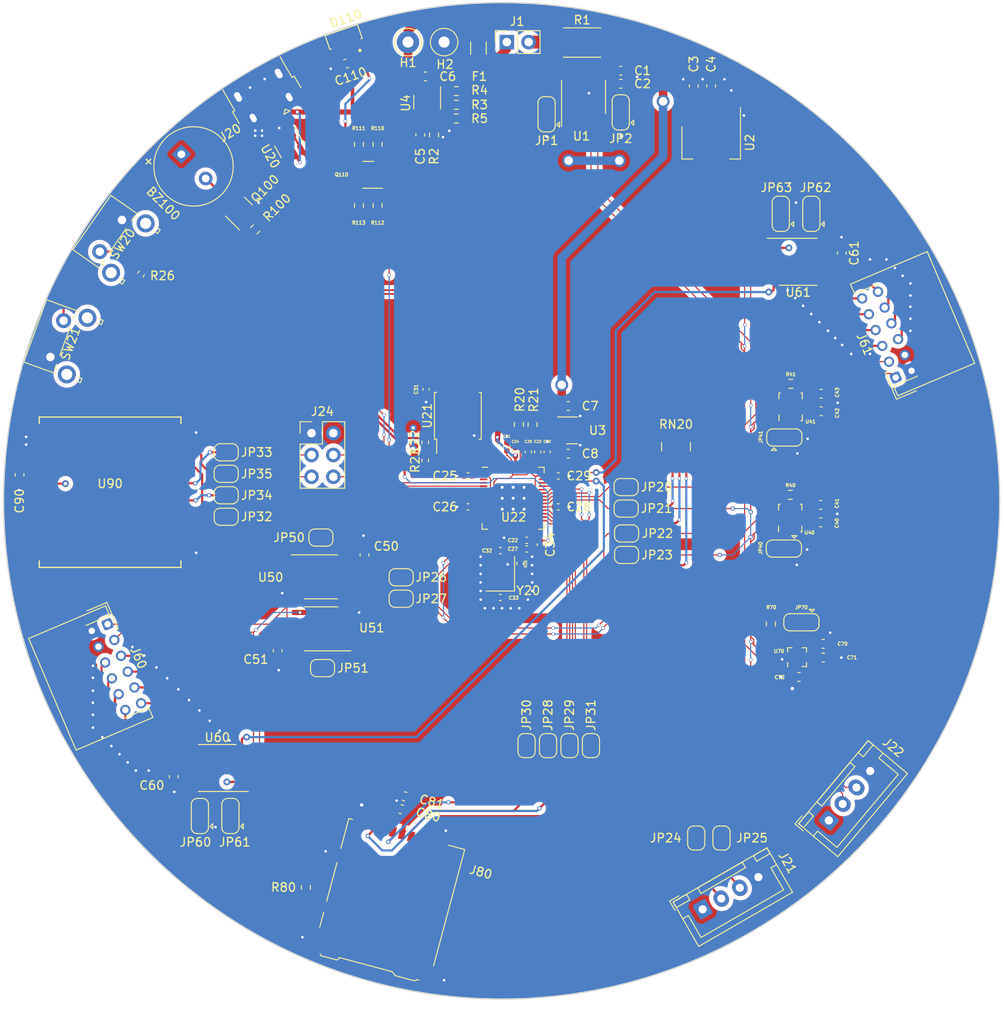
<source format=kicad_pcb>
(kicad_pcb (version 20221018) (generator pcbnew)
  (layers (0 "F.Cu" signal) (31 "B.Cu" signal) (34 "B.Paste" user) (35 "F.Paste" user) (36 "B.SilkS" user "B.Silkscreen") (37 "F.SilkS" user "F.Silkscreen") (38 "B.Mask" user) (39 "F.Mask" user) (44 "Edge.Cuts" user))
  (net 0 "")
  (net 1 "+3.3V")
  (net 2 "Net-(BZ100-+)")
  (net 3 "Bat-")
  (net 4 "Net-(U1-IN-)")
  (net 5 "Net-(U22-XIN)")
  (net 6 "+3.3VADC")
  (net 7 "Net-(C33-Pad1)")
  (net 8 "Net-(U22-RUN)")
  (net 9 "+1V1")
  (net 10 "+5V")
  (net 11 "Bat+")
  (net 12 "Net-(U70-C1)")
  (net 13 "Net-(D110-DIN)")
  (net 14 "Net-(J1-Pin_1)")
  (net 16 "CS_01")
  (net 17 "MOSI_01")
  (net 18 "SCK_01")
  (net 19 "MISO_01")
  (net 20 "Net-(J21-Pin_2)")
  (net 21 "Net-(J21-Pin_3)")
  (net 24 "Net-(JP1-C)")
  (net 25 "Net-(JP2-C)")
  (net 26 "SD_Card_DET")
  (net 27 "SCL_Master_01")
  (net 28 "SDA_Master_01")
  (net 29 "RX_UART_01")
  (net 30 "TX_UART_01")
  (net 31 "SCL_Master_02")
  (net 32 "TX_SPI_01")
  (net 33 "RX_SPI_01")
  (net 34 "SCK_SPI_01")
  (net 35 "CS_SPI_01")
  (net 36 "TX_SPI_02")
  (net 37 "RX_SPI_02")
  (net 38 "SCK_SPI_02")
  (net 39 "Net-(U4-PROG)")
  (net 40 "CS_SPI_02")
  (net 41 "Net-(U4-STAT)")
  (net 42 "Bat_Charge")
  (net 43 "Led_IN")
  (net 44 "Buzzer_IN")
  (net 45 "Net-(JP40-C)")
  (net 46 "Net-(JP41-C)")
  (net 47 "Net-(JP50-B)")
  (net 48 "Net-(JP51-B)")
  (net 49 "Net-(JP60-C)")
  (net 50 "Net-(JP61-C)")
  (net 51 "Net-(JP62-C)")
  (net 52 "Net-(JP63-C)")
  (net 53 "SCL_03")
  (net 54 "WP_01")
  (net 55 "Net-(JP70-C)")
  (net 56 "RE_01")
  (net 57 "Net-(Q100-B)")
  (net 58 "Net-(Q110-E)")
  (net 59 "Net-(Q110-B)")
  (net 60 "Net-(R22-Pad1)")
  (net 61 "Net-(U21-~{CS})")
  (net 62 "ADC_01")
  (net 63 "Net-(U22-XOUT)")
  (net 64 "Net-(U40-CS)")
  (net 65 "Net-(U41-CS)")
  (net 66 "Net-(U70-~{CS})")
  (net 67 "INT_01_01")
  (net 68 "INT_02_01")
  (net 69 "Net-(U21-DO(IO1))")
  (net 70 "Net-(U21-IO2)")
  (net 71 "SCL_01")
  (net 72 "SDA_01")
  (net 73 "INT_01_02")
  (net 74 "INT_02_02")
  (net 75 "Net-(U21-DI(IO0))")
  (net 76 "Net-(U21-CLK)")
  (net 77 "Net-(U21-IO3)")
  (net 78 "INT01_03")
  (net 79 "DRDY")
  (net 81 "RE_02")
  (net 83 "ADC_02")
  (net 86 "WP_02")
  (net 99 "SCK_02")
  (net 100 "MISO_02")
  (net 101 "MOSI_02")
  (net 102 "CS_02")
  (net 109 "Net-(J1-Pin_2)")
  (net 111 "SDA_Master_02")
  (net 112 "SDA_03")
  (net 113 "/D-")
  (net 114 "/D+")
  (net 115 "Net-(J61-Pin_6)")
  (net 116 "Net-(J61-Pin_8)")
  (net 117 "Net-(J61-Pin_10)")
  (net 118 "Net-(J61-Pin_12)")
  (net 119 "Net-(J61-Pin_5)")
  (net 120 "Net-(J61-Pin_7)")
  (net 121 "Net-(J61-Pin_9)")
  (net 122 "Net-(J61-Pin_11)")
  (net 123 "Net-(J60-Pin_6)")
  (net 124 "Net-(J60-Pin_8)")
  (net 125 "Net-(J60-Pin_10)")
  (net 126 "Net-(J60-Pin_12)")
  (net 127 "Net-(J60-Pin_5)")
  (net 128 "Net-(J60-Pin_7)")
  (net 129 "Net-(J60-Pin_9)")
  (net 130 "Net-(J60-Pin_11)")
  (net 131 "Net-(J24-Pin_3)")
  (net 132 "Net-(J24-Pin_4)")
  (net 133 "Net-(J24-Pin_5)")
  (net 134 "Net-(J24-Pin_6)")
  (net 135 "RE_03")
  (footprint "Resistor_SMD:R_0402_1005Metric" (layer "F.Cu") (at 91.1 93.2 -90)
    (fp_text reference "R22")
    (fp_text value "1k R")
  )
  (footprint "Capacitor_SMD:C_0402_1005Metric" (layer "F.Cu") (at 104.5 105.1 -90)
    (fp_text reference "C34")
    (fp_text value "1uF")
  )
  (footprint "Capacitor_SMD:C_0603_1608Metric" (layer "F.Cu") (at 88.3 135.9 165)
    (fp_text reference "C80")
    (fp_text value "100nF")
  )
  (footprint "Jumper:SolderJumper-3_P1.3mm_Bridged12_RoundedPad1.0x1.5mm" (layer "F.Cu") (at 132.868 105.556 180)
    (fp_text reference "JP40")
    (fp_text value "I2C Adress")
  )
  (footprint "Capacitor_SMD:C_0603_1608Metric" (layer "F.Cu") (at 139.6175 71.159 -90)
    (fp_text reference "C61")
    (fp_text value "100nF")
  )
  (footprint "Package_SO:TSSOP-16_4.4x5mm_P0.65mm" (layer "F.Cu") (at 66.8895 131.0975 180)
    (fp_text reference "U60")
    (fp_text value "ADG728")
  )
  (footprint "Capacitor_SMD:C_0603_1608Metric" (layer "F.Cu") (at 88.7 134.4 165)
    (fp_text reference "C81")
    (fp_text value "1uF")
  )
  (footprint "Resistor_SMD:R_0402_1005Metric" (layer "F.Cu") (at 58 73.6 55)
    (fp_text reference "R26")
    (fp_text value "10k R")
  )
  (footprint "Jumper:SolderJumper-3_P1.3mm_Bridged12_RoundedPad1.0x1.5mm" (layer "F.Cu") (at 113.869 54.783 90)
    (fp_text reference "JP2")
    (fp_text value "I2C Adress")
  )
  (footprint "Connector_USB:USB_Micro-B_Amphenol_10103594-0001LF_Horizontal" (layer "F.Cu") (at 72.2 52.6 -150)
    (fp_text reference "J20")
    (fp_text value "USB_B_Micro")
  )
  (footprint "Jumper:SolderJumper-2_P1.3mm_Bridged_RoundedPad1.0x1.5mm" (layer "F.Cu") (at 122.656 139.25 90)
    (fp_text reference "JP24")
    (fp_text value "Safety")
  )
  (footprint "Jumper:SolderJumper-2_P1.3mm_Bridged_RoundedPad1.0x1.5mm" (layer "F.Cu") (at 88.3 111.4)
    (fp_text reference "JP27")
    (fp_text value "Safety")
  )
  (footprint "RF_Module:Ai-Thinker-Ra-01-LoRa" (layer "F.Cu") (at 54.4 99)
    (fp_text reference "U90")
    (fp_text value "Ai-Thinker-Ra-02")
  )
  (footprint "Capacitor_SMD:C_0603_1608Metric" (layer "F.Cu") (at 107.7695 88.962 180)
    (fp_text reference "C7")
    (fp_text value "470nF")
  )
  (footprint "Resistor_SMD:R_0603_1608Metric" (layer "F.Cu") (at 92.125 57.4 -90)
    (fp_text reference "R2")
    (fp_text value "2k R")
  )
  (footprint "Buzzer_Beeper:MagneticBuzzer_CUI_CST-931RP-A" (layer "F.Cu") (at 62.703573 59.655573 45)
    (fp_text reference "BZ100")
    (fp_text value "CST-931RP-A")
  )
  (footprint "Resistor_SMD:R_0603_1608Metric" (layer "F.Cu") (at 71.3 68.4 45)
    (fp_text reference "R100")
    (fp_text value "180 R")
  )
  (footprint "Capacitor_SMD:C_0402_1005Metric" (layer "F.Cu") (at 99.85 105.8 180)
    (fp_text reference "C32")
    (fp_text value "30pF")
  )
  (footprint "Jumper:SolderJumper-2_P1.3mm_Bridged_RoundedPad1.0x1.5mm" (layer "F.Cu") (at 114.5 100.9 180)
    (fp_text reference "JP21")
    (fp_text value "Safety")
  )
  (footprint "Capacitor_SMD:C_0402_1005Metric" (layer "F.Cu") (at 102.92 105.6)
    (fp_text reference "C27")
    (fp_text value "100nF")
  )
  (footprint "Jumper:SolderJumper-2_P1.3mm_Open_RoundedPad1.0x1.5mm" (layer "F.Cu") (at 78.95 104.274 180)
    (fp_text reference "JP50")
    (fp_text value "I2C Adress")
  )
  (footprint "Capacitor_SMD:C_0402_1005Metric" (layer "F.Cu") (at 104.2 94.3 90)
    (fp_text reference "C23")
    (fp_text value "1uF")
  )
  (footprint "Capacitor_SMD:C_0603_1608Metric" (layer "F.Cu") (at 122.368 51.696 90)
    (fp_text reference "C3")
    (fp_text value "1uF")
  )
  (footprint "Capacitor_SMD:C_0402_1005Metric" (layer "F.Cu") (at 96.1 97.1 180)
    (fp_text reference "C25")
    (fp_text value "100nF")
  )
  (footprint "Capacitor_SMD:C_0603_1608Metric" (layer "F.Cu") (at 43.86 96.968 -90)
    (fp_text reference "C90")
    (fp_text value "DNP")
  )
  (footprint "Package_LGA:LGA-12_2x2mm_P0.5mm" (layer "F.Cu") (at 134.4 118.2 90)
    (fp_text reference "U70")
    (fp_text value "LIS3MDL")
  )
  (footprint "Capacitor_SMD:C_0603_1608Metric" (layer "F.Cu") (at 84.03 106.306 -90)
    (fp_text reference "C50")
    (fp_text value "100nF")
  )
  (footprint "Capacitor_SMD:C_0402_1005Metric" (layer "F.Cu") (at 91.2 87.02 90)
    (fp_text reference "C31")
    (fp_text value "100nF")
  )
  (footprint "Resistor_SMD:R_2512_6332Metric_Pad1.40x3.35mm_HandSolder" (layer "F.Cu") (at 109.37 46.65)
    (fp_text reference "R1")
    (fp_text value "0.1 R")
  )
  (footprint "Jumper:SolderJumper-2_P1.3mm_Bridged_RoundedPad1.0x1.5mm" (layer "F.Cu") (at 79.142 119.472)
    (fp_text reference "JP51")
    (fp_text value "I2C Adress")
  )
  (footprint "Jumper:SolderJumper-2_P1.3mm_Bridged_RoundedPad1.0x1.5mm" (layer "F.Cu") (at 125.6 139.25 90)
    (fp_text reference "JP25")
    (fp_text value "Safety")
  )
  (footprint "Package_SO:SOIC-8_3.9x4.9mm_P1.27mm" (layer "F.Cu") (at 79 114.9 180)
    (fp_text reference "U51")
    (fp_text value "CAT24C256")
  )
  (footprint "Connector_PinSocket_2.54mm:PinSocket_1x02_P2.54mm_Vertical" (layer "F.Cu") (at 100.6 46.6 90)
    (fp_text reference "J1")
    (fp_text value "Switch")
  )
  (footprint "Jumper:SolderJumper-2_P1.3mm_Bridged_RoundedPad1.0x1.5mm" (layer "F.Cu") (at 105.4 128.5 90)
    (fp_text reference "JP28")
    (fp_text value "Safety")
  )
  (footprint "Crystal:Crystal_SMD_3225-4Pin_3.2x2.5mm" (layer "F.Cu") (at 99.85 108.5 90)
    (fp_text reference locked "Y20")
    (fp_text value "12Mhz")
  )
  (footprint "Jumper:SolderJumper-2_P1.3mm_Open_RoundedPad1.0x1.5mm" (layer "F.Cu") (at 114.55 106.3)
    (fp_text reference "JP23")
    (fp_text value "I2C_Master_SDA")
  )
  (footprint "Button_Switch_THT:SW_Tactile_SPST_Angled_PTS645Vx39-2LFS" (layer "F.Cu") (at 47.446658 83.255634 70)
    (fp_text reference "SW21")
    (fp_text value "Reset")
  )
  (footprint "Package_TO_SOT_SMD:SOT-223-3_TabPin2" (layer "F.Cu") (at 124.4 58.3 -90)
    (fp_text reference "U2")
    (fp_text value "LDL1117-3.3")
  )
  (footprint "Resistor_SMD:R_0402_1005Metric" (layer "F.Cu") (at 91.1 95.3 90)
    (fp_text reference "R23")
    (fp_text value "DNP")
  )
  (footprint "Capacitor_SMD:C_0603_1608Metric" (layer "F.Cu") (at 107.7695 94.512 180)
    (fp_text reference "C8")
    (fp_text value "10uF => Optional")
  )
  (footprint "Capacitor_SMD:C_0603_1608Metric" (layer "F.Cu") (at 91.125 50.6)
    (fp_text reference "C6")
    (fp_text value "4,7 uF")
  )
  (footprint "Jumper:SolderJumper-2_P1.3mm_Bridged_RoundedPad1.0x1.5mm" (layer "F.Cu") (at 67.924 94.352)
    (fp_text reference "JP33")
    (fp_text value "Safety")
  )
  (footprint "Package_TO_SOT_SMD:SOT-23" (layer "F.Cu") (at 69.4 66.2 135)
    (fp_text reference "Q100")
    (fp_text value "MMBT5551L")
  )
  (footprint "Capacitor_SMD:C_0603_1608Metric" (layer "F.Cu") (at 113.869 51.451)
    (fp_text reference "C2")
    (fp_text value "10uF")
  )
  (footprint "Capacitor_SMD:C_0603_1608Metric" (layer "F.Cu") (at 137.206 89.57225 180)
    (fp_text reference "C42")
    (fp_text value "100nF")
  )
  (footprint "Capacitor_SMD:C_0603_1608Metric" (layer "F.Cu") (at 137.156 100.476)
    (fp_text reference "C41")
    (fp_text value "100nF")
  )
  (footprint "Connector_Pin:Pin_D1.3mm_L11.0mm" (layer "F.Cu") (at 89.1 46.6)
    (fp_text reference "H1")
    (fp_text value "Bat+")
  )
  (footprint "Capacitor_SMD:C_0402_1005Metric" (layer "F.Cu") (at 100.6 93.7 90)
    (fp_text reference "C21")
    (fp_text value "100nF")
  )
  (footprint "Resistor_SMD:R_0603_1608Metric" (layer "F.Cu") (at 133.67325 86.37925 180)
    (fp_text reference "R41")
    (fp_text value "10k R")
  )
  (footprint "Capacitor_SMD:C_0603_1608Metric" (layer "F.Cu") (at 61.8095 132.1135 90)
    (fp_text reference "C60")
    (fp_text value "100nF")
  )
  (footprint "Jumper:SolderJumper-2_P1.3mm_Open_RoundedPad1.0x1.5mm" (layer "F.Cu") (at 114.55 103.8)
    (fp_text reference "JP22")
    (fp_text value "I2C_Master_SCL")
  )
  (footprint "Jumper:SolderJumper-2_P1.3mm_Bridged_RoundedPad1.0x1.5mm" (layer "F.Cu") (at 67.924 99.352)
    (fp_text reference "JP34")
    (fp_text value "Safety")
  )
  (footprint "Resistor_SMD:R_0603_1608Metric" (layer "F.Cu") (at 83.381 65.606 -90)
    (fp_text reference "R113")
    (fp_text value "0 R")
  )
  (footprint "Jumper:SolderJumper-2_P1.3mm_Bridged_RoundedPad1.0x1.5mm" (layer "F.Cu") (at 88.3 108.9)
    (fp_text reference "JP26")
    (fp_text value "Safety")
  )
  (footprint "Connector_PinHeader_2.54mm:PinHeader_2x03_P2.54mm_Vertical" (layer "F.Cu") (at 77.86 92.12)
    (fp_text reference "J24")
    (fp_text value "GPIO Interface")
  )
  (footprint "Jumper:SolderJumper-3_P1.3mm_Bridged12_RoundedPad1.0x1.5mm" (layer "F.Cu") (at 136.0615 66.587 90)
    (fp_text reference "JP62")
    (fp_text value "I2C Adress")
  )
  (footprint "Resistor_SMD:R_0603_1608Metric" (layer "F.Cu") (at 133.61775 99.3 180)
    (fp_text reference "R40")
    (fp_text value "10k R")
  )
  (footprint "Package_LGA:LGA-14_3x2.5mm_P0.5mm_LayoutBorder3x4y" (layer "F.Cu") (at 133.65 89.06425 90)
    (fp_text reference "U41")
    (fp_text value "LSM6DS3")
  )
  (footprint "Resistor_SMD:R_0402_1005Metric" (layer "F.Cu") (at 102.15 107.3 90)
    (fp_text reference "R25")
    (fp_text value "1k R")
  )
  (footprint "Resistor_SMD:R_0603_1608Metric" (layer "F.Cu") (at 94.725 52.3 180)
    (fp_text reference "R4")
    (fp_text value "10k R")
  )
  (footprint "Jumper:SolderJumper-2_P1.3mm_Bridged_RoundedPad1.0x1.5mm" (layer "F.Cu") (at 67.924 96.852)
    (fp_text reference "JP35")
    (fp_text value "Safety")
  )
  (footprint "Capacitor_SMD:C_0402_1005Metric" (layer "F.Cu") (at 101.6 94.3 90)
    (fp_text reference "C24")
    (fp_text value "100nF")
  )
  (footprint "Capacitor_SMD:C_0603_1608Metric" (layer "F.Cu") (at 137.156 102.508 180)
    (fp_text reference "C40")
    (fp_text value "100nF")
  )
  (footprint "Connector_JST:JST_XH_B4B-XH-A_1x04_P2.50mm_Vertical" (layer "F.Cu") (at 138.1 137.2 50)
    (fp_text reference "J22")
    (fp_text value "I2C_01")
  )
  (footprint "Resistor_SMD:R_0603_1608Metric" (layer "F.Cu") (at 83.381 58.494 90)
    (fp_text reference "R111")
    (fp_text value "4.7k R")
  )
  (footprint "Jumper:SolderJumper-2_P1.3mm_Bridged_RoundedPad1.0x1.5mm" (layer "F.Cu") (at 110.4 128.5 90)
    (fp_text reference "JP31")
    (fp_text value "Safety")
  )
  (footprint "Package_SO:SOIC-8_3.9x4.9mm_P1.27mm" (layer "F.Cu") (at 109.535 52.975 90)
    (fp_text reference "U1")
    (fp_text value "INA219AxD")
  )
  (footprint "Jumper:SolderJumper-3_P1.3mm_Bridged12_RoundedPad1.0x1.5mm" (layer "F.Cu") (at 68.4135 136.6855 90)
    (fp_text reference "JP61")
    (fp_text value "I2C Adress")
  )
  (footprint "Package_SO:SOIC-8_3.9x4.9mm_P1.27mm" (layer "F.Cu") (at 78.95 108.846)
    (fp_text reference "U50")
    (fp_text value "CAT24C256")
  )
  (footprint "Capacitor_SMD:C_0603_1608Metric" (layer "F.Cu") (at 137.206 87.54025)
    (fp_text reference "C43")
    (fp_text value "100nF")
  )
  (footprint "Capacitor_SMD:C_0603_1608Metric" (layer "F.Cu") (at 124.4 51.696 90)
    (fp_text reference "C4")
    (fp_text value "4,7uF")
  )
  (footprint "Package_SO:SOIC-8_5.23x5.23mm_P1.27mm" (layer "F.Cu") (at 94.9 90.1 90)
    (fp_text reference "U21")
    (fp_text value "W25Q128JVS")
  )
  (footprint "Resistor_SMD:R_1206_3216Metric_Pad1.30x1.75mm_HandSolder" (layer "F.Cu") (at 97.3 47.3 -90)
    (fp_text reference "F1")
    (fp_text value "1.5A")
  )
  (footprint "Jumper:SolderJumper-3_P1.3mm_Bridged12_RoundedPad1.0x1.5mm" (layer "F.Cu") (at 132.918 92.62825)
    (fp_text reference "JP41")
    (fp_text value "I2C Adress")
  )
  (footprint "Capacitor_SMD:C_0402_1005Metric" (layer "F.Cu") (at 106.6 100.7)
    (fp_text reference "C28")
    (fp_text value "100nF")
  )
  (footprint "Resistor_SMD:R_0603_1608Metric" (layer "F.Cu") (at 77.2 145 -90)
    (fp_text reference "R80")
    (fp_text value "100k R")
  )
  (footprint "Capacitor_SMD:C_0603_1608Metric" (layer "F.Cu") (at 137.448 118.248)
    (fp_text reference "C71")
    (fp_text value "100nF")
  )
  (footprint "Connector_Card:microSD_HC_Hirose_DM3AT-SF-PEJM5" (layer "F.Cu") (at 86.9 146.4 -15)
    (fp_text reference "J80")
    (fp_text value "DM3AT-SF-PEJM5")
  )
  (footprint "Package_LGA:LGA-14_3x2.5mm_P0.5mm_LayoutBorder3x4y" (layer "F.Cu") (at 133.6 102 90)
    (fp_text reference "U40")
    (fp_text value "LSM6DS3")
  )
  (footprint "Capacitor_SMD:C_0603_1608Metric" (layer "F.Cu") (at 81.9 49.1 19)
    (fp_text reference "C110")
    (fp_text value "100nF")
  )
  (footprint "Capacitor_SMD:C_0402_1005Metric" (layer "F.Cu") (at 105.3 94.3 -90)
    (fp_text reference "C30")
    (fp_text value "100nF")
  )
  (footprint "Jumper:SolderJumper-3_P1.3mm_Bridged12_RoundedPad1.0x1.5mm" (layer "F.Cu") (at 132.5055 66.587 90)
    (fp_text reference "JP63")
    (fp_text value "I2C Adress")
  )
  (footprint "Capacitor_SMD:C_0402_1005Metric" (layer "F.Cu") (at 103.1 94.3 90)
    (fp_text reference "C20")
    (fp_text value "1uF")
  )
  (footprint "Resistor_SMD:R_Array_Convex_4x0603" (layer "F.Cu") (at 120.3 93.7 -90)
    (fp_text reference "RN20")
    (fp_text value "10k R")
  )
  (footprint "WS2812B-4020:LED_WS2812B-4020" (layer "F.Cu") (at 81.6 46 19)
    (fp_text reference "D110")
    (fp_text value "WS2812B-4020")
  )
  (footprint "Resistor_SMD:R_0603_1608Metric" (layer "F.Cu") (at 94.725 53.9)
    (fp_text reference "R3")
    (fp_text value "1k R")
  )
  (footprint "Package_TO_SOT_SMD:SOT-23" (layer "F.Cu") (at 108.2 91.8)
    (fp_text reference "U3")
    (fp_text value "REF3033")
  )
  (footprint "MCU_RaspberryPi_and_Boards:RP2040-QFN-56" (layer "F.Cu") (at 101.3375 99.7)
    (fp_text reference "U22")
    (fp_text value "RP2040")
  )
  (footprint "Jumper:SolderJumper-3_P1.3mm_Bridged12_RoundedPad1.0x1.5mm" (layer "F.Cu") (at 64.8575 136.6855 90)
    (fp_text reference "JP60")
    (fp_text value "I2C Adress")
  )
  (footprint "Connector_JST:JST_PHD_S12B-PHDSS_2x06_P2.00mm_Horizontal" (layer "F.Cu") (at 54.112465 114.356405 -67)
    (fp_text reference "J60")
    (fp_text value "Ausenplatine01")
  )
  (footprint "Connector_JST:JST_PHD_S12B-PHDSS_2x06_P2.00mm_Horizontal" (layer "F.Cu") (at 145.887536 85.643595 113)
    (fp_text reference "J61")
    (fp_text value "Ausenplatine02")
  )
  (footprint "Capacitor_SMD:C_0603_1608Metric" (layer "F.Cu") (at 90.525 57.4 90)
    (fp_text reference "C5")
    (fp_text value "4,7 uF")
  )
  (footprint "Resistor_SMD:R_0603_1608Metric" (layer "F.Cu") (at 85.557 58.494 90)
    (fp_text reference "R110")
    (fp_text value "4.7k R")
  )
  (footprint "Capacitor_SMD:C_0402_1005Metric" (layer "F.Cu") (at 106.6 97.1)
    (fp_text reference "C29")
    (fp_text value "100nF")
  )
  (footprint "Resistor_SMD:R_0603_1608Metric" (layer "F.Cu") (at 94.725 55.5 180)
    (fp_text reference "R5")
    (fp_text value "2k R")
  )
  (footprint "Jumper:SolderJumper-2_P1.3mm_Bridged_RoundedPad1.0x1.5mm" (layer "F.Cu") (at 114.5 98.4 180)
    (fp_text reference "JP20")
    (fp_text value "Safety")
  )
  (footprint "Resistor_SMD:R_0603_1608Metric" (layer "F.Cu") (at 102 91.1 90)
    (fp_text reference "R20")
    (fp_text value "27 R")
  )
  (footprint "Capacitor_SMD:C_0402_1005Metric" (layer "F.Cu") (at 99.85 111.25 180)
    (fp_text reference "C33")
    (fp_text value "30pF")
  )
  (footprint "Jumper:SolderJumper-3_P1.3mm_Bridged12_RoundedPad1.0x1.5mm" (layer "F.Cu") (at 105.233 55.007 90)
    (fp_text reference "JP1")
    (fp_text value "I2C Adress")
  )
  (footprint "Jumper:SolderJumper-2_P1.3mm_Bridged_RoundedPad1.0x1.5mm" (layer "F.Cu") (at 102.9 128.5 90)
    (fp_text reference "JP30")
    (fp_text value "Safety")
  )
  (footprint "Capacitor_SMD:C_0603_1608Metric" (layer "F.Cu") (at 73.92 117.44 90)
    (fp_text reference "C51")
    (fp_text value "100nF")
  )
  (footprint "Package_SO:TSSOP-16_4.4x5mm_P0.65mm" (layer "F.Cu") (at 134.5375 72.175)
    (fp_text reference "U61")
    (fp_text value "ADG728")
  )
  (footprint "Connector_JST:JST_XH_B4B-XH-A_1x04_P2.50mm_Vertical" (layer "F.Cu") (at 123.404809 147.55 30)
    (fp_text reference "J21")
    (fp_text value "UART")
  )
  (footprint "Package_TO_SOT_SMD:SOT-23-6" (layer "F.Cu") (at 75.3 58.6 -60)
    (fp_text reference "U20")
    (fp_text value "SRV05-4")
  )
  (footprint "Resistor_SMD:R_0603_1608Metric" (layer "F.Cu") (at 131.352 114.327 -90)
    (fp_text reference "R70")
    (fp_text value "10k R")
  )
  (footprint "Package_TO_SOT_SMD:SOT-23-5" (layer "F.Cu") (at 91.325 53.6 -90)
    (fp_text reference "U4")
    (fp_text value "MCP73831-2-OT")
  )
  (footprint "Jumper:SolderJumper-2_P1.3mm_Bridged_RoundedPad1.0x1.5mm" (layer "F.Cu") (at 107.9 128.5 90)
    (fp_text reference "JP29")
    (fp_text value "Safety")
  )
  (footprint "Capacitor_SMD:C_0603_1608Metric" (layer "F.Cu") (at 134.625 120.5 180)
    (fp_text reference "C72")
    (fp_text value "100nF")
  )
  (footprint "Capacitor_SMD:C_0603_1608Metric" (layer "F.Cu") (at 137.448 116.648)
    (fp_text reference "C70")
    (fp_text value "1uF")
  )
  (footprint "Capacitor_SMD:C_0402_1005Metric" (layer "F.Cu") (at 102.92 104.6)
    (fp_text reference "C22")
    (fp_text value "100nF")
  )
  (footprint "Package_TO_SOT_SMD:SOT-23" (layer "F.Cu") (at 84.4625 62.05 180)
    (fp_text reference "Q110")
    (fp_text value "S8050")
  )
  (footprint "Jumper:SolderJumper-2_P1.3mm_Bridged_RoundedPad1.0x1.5mm" (layer "F.Cu") (at 67.924 101.852)
    (fp_text reference "JP32")
    (fp_text value "Safety")
  )
  (footprint "Resistor_SMD:R_0603_1608Metric" (layer "F.Cu") (at 103.6 91.125 90)
    (fp_text reference "R21")
    (fp_text value "27 R")
  )
  (footprint "Resistor_SMD:R_0603_1608Metric" (layer "F.Cu") (at 85.557 65.606 -90)
    (fp_text reference "R112")
    (fp_text value "4.7k R")
  )
  (footprint "Connector_Pin:Pin_D1.3mm_L11.0mm" (layer "F.Cu") (at 93.3 46.6)
    (fp_text reference "H2")
    (fp_text value "Bat-")
  )
  (footprint "Capacitor_SMD:C_0603_1608Metric" (layer "F.Cu") (at 113.869 49.927)
    (fp_text reference "C1")
    (fp_text value "100nF")
  )
  (footprint "Capacitor_SMD:C_0402_1005Metric" (layer "F.Cu") (at 96.1 100.7 180)
    (fp_text reference "C26")
    (fp_text value "100nF")
  )
  (footprint "Jumper:SolderJumper-3_P1.3mm_Bridged12_RoundedPad1.0x1.5mm" (layer "F.Cu") (at 134.908 114.136 180)
    (fp_text reference "JP70")
    (fp_text value "I2C Adress")
  )
  (footprint "Button_Switch_THT:SW_Tactile_SPST_Angled_PTS645Vx39-2LFS" (layer "F.Cu") (at 53.2 70.990371 55)
    (fp_text reference "SW20")
    (fp_text value "Reset")
  )
  (gr_circle (center 100 100) (end 158 100) (stroke (width 0.15)) (fill none) (layer "Edge.Cuts"))
  (segment (start 98.4 100.7) (end 98.7 100.4) (width 0.127) (layer "F.Cu") (net 1))
  (segment (start 104.2 95.2) (end 104.2 94.78) (width 0.127) (layer "F.Cu") (net 1))
  (segment (start 135.1625 118.45) (end 135.459 118.45) (width 0.127) (layer "F.Cu") (net 1))
  (segment (start 134.4 87.90175) (end 134.7615 87.54025) (width 0.127) (layer "F.Cu") (net 1))
  (segment (start 103.5375 96.2625) (end 103.5375 96.8375) (width 0.127) (layer "F.Cu") (net 1))
  (segment (start 112.08 51.14) (end 112.013 51.073) (width 1) (layer "F.Cu") (net 1))
  (segment (start 101.9375 95.662396) (end 101.875104 95.6) (width 0.127) (layer "F.Cu") (net 1))
  (segment (start 106.12 97.1) (end 106.12 96.42) (width 0.254) (layer "F.Cu") (net 1))
  (segment (start 135.759 118.048) (end 135.759 118.348) (width 0.127) (layer "F.Cu") (net 1))
  (segment (start 104 95.4) (end 104.2 95.2) (width 0.127) (layer "F.Cu") (net 1))
  (segment (start 101.6 95.6) (end 101.5375 95.6) (width 0.127) (layer "F.Cu") (net 1))
  (segment (start 76.525 118.497) (end 76.525 116.805) (width 1) (layer "F.Cu") (net 1))
  (segment (start 101.5375 95.7) (end 101.5375 95.6) (width 0.127) (layer "F.Cu") (net 1))
  (segment (start 124.4 55.15) (end 124.4 52.471) (width 1) (layer "F.Cu") (net 1))
  (segment (start 101.6 94.78) (end 101.6 94.686992) (width 0.254) (layer "F.Cu") (net 1))
  (segment (start 82.901 106.941) (end 83.041 107.081) (width 0.254) (layer "F.Cu") (net 1))
  (segment (start 101.9375 96.2625) (end 101.9375 95.662396) (width 0.127) (layer "F.Cu") (net 1))
  (segment (start 91.22 86.5) (end 91.2 86.52) (width 1) (layer "F.Cu") (net 1))
  (segment (start 103.5375 95.6625) (end 103.8 95.4) (width 0.127) (layer "F.Cu") (net 1))
  (segment (start 101.875104 95.6) (end 101.8 95.6) (width 0.127) (layer "F.Cu") (net 1))
  (segment (start 96.58 97.1) (end 97.9 97.1) (width 0.127) (layer "F.Cu") (net 1))
  (segment (start 99.327 102.227) (end 98.7 101.6) (width 0.127) (layer "F.Cu") (net 1))
  (segment (start 103.5375 96.2625) (end 103.5375 95.6625) (width 0.127) (layer "F.Cu") (net 1))
  (segment (start 112.391 51.451) (end 112.08 51.14) (width 1) (layer "F.Cu") (net 1))
  (segment (start 101.7 95.5) (end 101.8 95.6) (width 0.127) (layer "F.Cu") (net 1))
  (segment (start 132.974 113.502) (end 133.608 114.136) (width 1) (layer "F.Cu") (net 1))
  (segment (start 98.7 100.4) (end 98.7 100.1) (width 0.127) (layer "F.Cu") (net 1))
  (segment (start 135.859 118.45) (end 136.471 118.45) (width 0.127) (layer "F.Cu") (net 1))
  (segment (start 88.392266 138.802343) (end 89.048593 136.100585) (width 0.5) (layer "F.Cu") (net 1))
  (segment (start 89.448593 134.600585) (end 89.048593 136.100585) (width 1) (layer "F.Cu") (net 1))
  (segment (start 103.5375 96.8375) (end 103.8 97.1) (width 0.127) (layer "F.Cu") (net 1))
  (segment (start 106.3 96.2) (end 108.7 96.2) (width 0.254) (layer "F.Cu") (net 1))
  (segment (start 113.094 51.451) (end 112.391 51.451) (width 1) (layer "F.Cu") (net 1))
  (segment (start 113.094 51.451) (end 113.094 49.927) (width 1) (layer "F.Cu") (net 1))
  (segment (start 101.6 94.78) (end 101.6 95.4) (width 0.254) (layer "F.Cu") (net 1))
  (segment (start 139.5335 71.85) (end 139.6175 71.934) (width 0.254) (layer "F.Cu") (net 1))
  (segment (start 113.869 53.483) (end 113.094 52.708) (width 1) (layer "F.Cu") (net 1))
  (segment (start 135.759 118.348) (end 135.657 118.45) (width 0.127) (layer "F.Cu") (net 1))
  (segment (start 76.54 118.512) (end 76.525 118.497) (width 1) (layer "F.Cu") (net 1))
  (segment (start 113.094 50.126) (end 112.08 51.14) (width 1) (layer "F.Cu") (net 1))
  (segment (start 101.5375 103.1375) (end 101.5375 104.379948) (width 0.127) (layer "F.Cu") (net 1))
  (segment (start 97.701 95.927) (end 97.9 96.126) (width 0.127) (layer "F.Cu") (net 1))
  (segment (start 134.35 100.8375) (end 134.7115 100.476) (width 0.127) (layer "F.Cu") (net 1))
  (segment (start 109.3 96.2) (end 109.7 95.8) (width 0.254) (layer "F.Cu") (net 1))
  (segment (start 135.1625 117.95) (end 135.661 117.95) (width 0.127) (layer "F.Cu") (net 1))
  (segment (start 101.5375 95.6625) (end 101.6 95.6) (width 0.127) (layer "F.Cu") (net 1))
  (segment (start 76.525 116.805) (end 75.033 116.805) (width 0.254) (layer "F.Cu") (net 1))
  (segment (start 96.58 100.7) (end 97.9 100.7) (width 0.127) (layer "F.Cu") (net 1))
  (segment (start 103.8 97.1) (end 104.1 97.1) (width 0.127) (layer "F.Cu") (net 1))
  (segment (start 77.1 119.472) (end 76.54 118.912) (width 1) (layer "F.Cu") (net 1))
  (segment (start 112.013 51.073) (end 112.013 49.927) (width 1) (layer "F.Cu") (net 1))
  (segment (start 101.875104 95.6) (end 101.6 95.324896) (width 0.127) (layer "F.Cu") (net 1))
  (segment (start 101.5375 103.1375) (end 101.5375 102.656644) (width 0.127) (layer "F.Cu") (net 1))
  (segment (start 81.425 106.941) (end 82.901 106.941) (width 0.254) (layer "F.Cu") (net 1))
  (segment (start 81.425 104.98) (end 81.425 106.941) (width 1) (layer "F.Cu") (net 1))
  (segment (start 101.107856 102.227) (end 99.327 102.227) (width 0.127) (layer "F.Cu") (net 1))
  (segment (start 76.54 118.912) (end 76.54 118.512) (width 1) (layer "F.Cu") (net 1))
  (segment (start 78.492 119.472) (end 77.1 119.472) (width 1) (layer "F.Cu") (net 1))
  (segment (start 136.423 89.56425) (end 136.431 89.57225) (width 0.127) (layer "F.Cu") (net 1))
  (segment (start 61.8775 131.2775) (end 62.0225 131.4225) (width 0.254) (layer "F.Cu") (net 1))
  (segment (start 101.6 95.2) (end 101.6 95.4) (width 0.127) (layer "F.Cu") (net 1))
  (segment (start 91.217 95.927) (end 97.701 95.927) (width 0.127) (layer "F.Cu") (net 1))
  (segment (start 104.1 97.1) (end 104.775 97.1) (width 0.127) (layer "F.Cu") (net 1))
  (segment (start 97.9 96.126) (end 97.9 97.1) (width 0.127) (layer "F.Cu") (net 1))
  (segment (start 74.893 116.665) (end 73.92 116.665) (width 0.254) (layer "F.Cu") (net 1))
  (segment (start 131.352 113.502) (end 132.974 113.502) (width 1) (layer "F.Cu") (net 1))
  (segment (start 61.8165 131.3385) (end 61.8775 131.2775) (width 0.254) (layer "F.Cu") (net 1))
  (segment (start 101.6 95.324896) (end 101.6 95.2) (width 0.127) (layer "F.Cu") (net 1))
  (segment (start 44.053 96) (end 43.86 96.193) (width 1) (layer "F.Cu") (net 1))
  (segment (start 101.5375 95.7) (end 101.5375 95.6625) (width 0.127) (layer "F.Cu") (net 1))
  (segment (start 97.9 100.7) (end 98.4 100.7) (width 0.127) (layer "F.Cu") (net 1))
  (segment (start 101.8 104.642448) (end 101.8 105.18) (width 0.127) (layer "F.Cu") (net 1))
  (segment (start 106.22 100.7) (end 104.775 100.7) (width 0.127) (layer "F.Cu") (net 1))
  (segment (start 101.6 95.4) (end 101.7 95.5) (width 0.127) (layer "F.Cu") (net 1))
  (segment (start 113.094 49.927) (end 113.094 50.126) (width 1) (layer "F.Cu") (net 1))
  (segment (start 46.4 96) (end 44.053 96) (width 1) (layer "F.Cu") (net 1))
  (segment (start 134.49825 87.8035) (end 134.4 87.90175) (width 0.127) (layer "F.Cu") (net 1))
  (segment (start 104.2 100.7) (end 104.775 100.7) (width 0.127) (layer "F.Cu") (net 1))
  (segment (start 135.661 117.95) (end 135.759 118.048) (width 0.127) (layer "F.Cu") (net 1))
  (segment (start 106.2 96.3) (end 106.3 96.2) (width 0.254) (layer "F.Cu") (net 1))
  (segment (start 135.459 118.45) (end 135.859 118.45) (width 0.127) (layer "F.Cu") (net 1))
  (segment (start 124.4 61.45) (end 124.4 55.15) (width 1) (layer "F.Cu") (net 1))
  (segment (start 101.5375 96.2625) (end 101.5375 95.7) (width 0.127) (layer "F.Cu") (net 1))
  (segment (start 61.8095 131.3385) (end 61.8165 131.3385) (width 0.254) (layer "F.Cu") (net 1))
  (segment (start 101.5375 102.656644) (end 101.107856 102.227) (width 0.127) (layer "F.Cu") (net 1))
  (segment (start 79.6 104.274) (end 80.719 104.274) (width 1) (layer "F.Cu") (net 1))
  (segment (start 134.44275 100.74475) (end 134.35 100.8375) (width 0.127) (layer "F.Cu") (net 1))
  (segment (start 134.7115 100.476) (end 136.381 100.476) (width 0.127) (layer "F.Cu") (net 1))
  (segment (start 106.12 96.38) (end 106.2 96.3) (width 0.254) (layer "F.Cu") (net 1))
  (segment (start 98.7 101.6) (end 98.7 100.1) (width 0.127) (layer "F.Cu") (net 1))
  (segment (start 101.5375 95.6) (end 101.5375 95.2625) (width 0.127) (layer "F.Cu") (net 1))
  (segment (start 91.1 95.81) (end 91.217 95.927) (width 0.127) (layer "F.Cu") (net 1))
  (segment (start 101.5375 95.2625) (end 101.6 95.2) (width 0.127) (layer "F.Cu") (net 1))
  (segment (start 101.8 105.18) (end 102.22 105.6) (width 0.127) (layer "F.Cu") (net 1))
  (segment (start 134.5625 89.56425) (end 136.423 89.56425) (width 0.127) (layer "F.Cu") (net 1))
  (segment (start 113.094 49.927) (end 112.013 49.927) (width 1) (layer "F.Cu") (net 1))
  (segment (start 113.094 52.708) (end 113.094 51.451) (width 1) (layer "F.Cu") (net 1))
  (segment (start 136.373 102.5) (end 136.381 102.508) (width 0.127) (layer "F.Cu") (net 1))
  (segment (start 108.7 96.2) (end 109.3 96.2) (width 0.254) (layer "F.Cu") (net 1))
  (segment (start 98.7 100.1) (end 98.7 97.4) (width 0.127) (layer "F.Cu") (net 1))
  (segment (start 134.5125 102.5) (end 136.373 102.5) (width 0.127) (layer "F.Cu") (net 1))
  (segment (start 103.9 100.4) (end 104.2 100.7) (width 0.127) (layer "F.Cu") (net 1))
  (segment (start 101.6 95.6) (end 101.6 95.2) (width 0.127) (layer "F.Cu") (net 1))
  (segment (start 136.471 118.45) (end 136.673 118.248) (width 0.127) (layer "F.Cu") (net 1))
  (segment (start 104.1 97.1) (end 103.9 97.3) (width 0.127) (layer "F.Cu") (net 1))
  (segment (start 119.1 92.8) (end 121.5 92.8) (width 1) (layer "F.Cu") (net 1))
  (segment (start 106.22 97.1) (end 104.775 97.1) (width 0.127) (layer "F.Cu") (net 1))
  (segment (start 135.657 118.45) (end 135.459 118.45) (width 0.127) (layer "F.Cu") (net 1))
  (segment (start 134.44275 99.3) (end 134.44275 100.74475) (width 0.127) (layer "F.Cu") (net 1))
  (segment (start 80.719 104.274) (end 81.425 104.98) (width 1) (layer "F.Cu") (net 1))
  (segment (start 103.9 97.3) (end 103.9 100.4) (width 0.127) (layer "F.Cu") (net 1))
  (segment (start 62.0225 131.4225) (end 64.027 131.4225) (width 0.254) (layer "F.Cu") (net 1))
  (segment (start 106.12 96.42) (end 106.12 96.38) (width 0.254) (layer "F.Cu") (net 1))
  (segment (start 75.033 116.805) (end 74.893 116.665) (width 0.254) (layer "F.Cu") (net 1))
  (segment (start 83.041 107.081) (end 84.03 107.081) (width 0.254) (layer "F.Cu") (net 1))
  (segment (start 103.8 95.4) (end 104 95.4) (width 0.127) (layer "F.Cu") (net 1))
  (segment (start 134.7615 87.54025) (end 136.431 87.54025) (width 0.127) (layer "F.Cu") (net 1))
  (segment (start 101.6 94.78) (end 101.6 95.2) (width 0.254) (layer "F.Cu") (net 1))
  (segment (start 101.6 95.2) (end 101.6 95.3) (width 0.254) (layer "F.Cu") (net 1))
  (segment (start 92.995 86.5) (end 91.22 86.5) (width 1) (layer "F.Cu") (net 1))
  (segment (start 101.8 95.6) (end 101.6 95.6) (width 0.127) (layer "F.Cu") (net 1))
  (segment (start 98.7 97.4) (end 98.4 97.1) (width 0.127) (layer "F.Cu") (net 1))
  (segment (start 101.5375 104.379948) (end 101.8 104.642448) (width 0.127) (layer "F.Cu") (net 1))
  (segment (start 99.5 92.6) (end 99.5 92.1) (width 0.254) (layer "F.Cu") (net 1))
  (segment (start 134.49825 86.37925) (end 134.49825 87.8035) (width 0.127) (layer "F.Cu") (net 1))
  (segment (start 137.4 71.85) (end 139.5335 71.85) (width 0.254) (layer "F.Cu") (net 1))
  (segment (start 98.4 97.1) (end 97.9 97.1) (width 0.127) (layer "F.Cu") (net 1))
  (via (at 89.7 93.9) (size 0.8) (drill 0.4) (layers "F.Cu" "B.Cu") (net 1))
  (via (at 107.8 60.4) (size 1.5) (drill 1) (layers "F.Cu" "B.Cu") (net 1))
  (via (at 101.6 94.686992) (size 0.4) (drill 0.3) (layers "F.Cu" "B.Cu") (net 1))
  (via (at 89.7 91.5) (size 0.8) (drill 0.4) (layers "F.Cu" "B.Cu") (net 1))
  (via (at 99.5 92.6) (size 0.4) (drill 0.3) (layers "F.Cu" "B.Cu") (net 1))
  (via (at 113.7 60.4) (size 1.5) (drill 1) (layers "F.Cu" "B.Cu") (net 1))
  (segment (start 89.7 91.5) (end 89.7 93.9) (width 0.254) (layer "B.Cu") (net 1))
  (segment (start 101.6 94.686992) (end 101.186992 94.686992) (width 0.254) (layer "B.Cu") (net 1))
  (segment (start 99.5 93) (end 99.5 92.6) (width 0.254) (layer "B.Cu") (net 1))
  (segment (start 99.6 93.1) (end 99.5 93) (width 0.254) (layer "B.Cu") (net 1))
  (segment (start 113.7 60.4) (end 107.8 60.4) (width 1) (layer "B.Cu") (net 1))
  (segment (start 101.186992 94.686992) (end 99.6 93.1) (width 0.254) (layer "B.Cu") (net 1))
  (segment (start 68.737087 65.537087) (end 65.532 62.484) (width 0.254) (layer "F.Cu") (net 2))
  (segment (start 133.734 90.98025) (end 133.898 90.98025) (width 0.254) (layer "F.Cu") (net 3))
  (segment (start 109.1375 89.555) (end 109.1375 90.1095) (width 1) (layer "F.Cu") (net 3))
  (segment (start 141.5 82.9) (end 142.9 82.9) (width 1) (layer "F.Cu") (net 3))
  (segment (start 134.15 119.45) (end 134.2 119.5) (width 0.127) (layer "F.Cu") (net 3))
  (segment (start 72.1 56.9) (end 72.1 57.5) (width 0.254) (layer "F.Cu") (net 3))
  (segment (start 125.955 50.921) (end 125.948 50.928) (width 1) (layer "F.Cu") (net 3))
  (segment (start 57.4 131.4) (end 58.9 131.4) (width 1) (layer "F.Cu") (net 3))
  (segment (start 133.898 90.98025) (end 133.898 90.78025) (width 0.254) (layer "F.Cu") (net 3))
  (segment (start 93.9 55.5) (end 93.9 56.925) (width 1) (layer "F.Cu") (net 3))
  (segment (start 133.898 90.78025) (end 133.898 90.81625) (width 0.254) (layer "F.Cu") (net 3))
  (segment (start 133.85 120.5) (end 132.5 120.5) (width 1) (layer "F.Cu") (net 3))
  (segment (start 64.372 92) (end 64.424 92.052) (width 1) (layer "F.Cu") (net 3))
  (segment (start 61.8095 133.8095) (end 61.8775 133.8775) (width 0.254) (layer "F.Cu") (net 3))
  (segment (start 147.6 76.1) (end 147.6 75.6) (width 1) (layer "F.Cu") (net 3))
  (segment (start 133.534 90.98025) (end 133.734 90.98025) (width 0.254) (layer "F.Cu") (net 3))
  (segment (start 71.782727 56.482727) (end 71.675454 56.575454) (width 0.254) (layer "F.Cu") (net 3))
  (segment (start 133.402 90.84825) (end 133.534 90.98025) (width 0.254) (layer "F.Cu") (net 3))
  (segment (start 105.3 93.82) (end 105.3 93.1) (width 0.55) (layer "F.Cu") (net 3))
  (segment (start 93.1625 57.6625) (end 92.6 58.225) (width 1) (layer "F.Cu") (net 3))
  (segment (start 135.5 88.56425) (end 135.35 88.56425) (width 0.127) (layer "F.Cu") (net 3))
  (segment (start 71.5 56.9) (end 72.1 57.5) (width 0.254) (layer "F.Cu") (net 3))
  (segment (start 109.1375 93.919) (end 108.5445 94.512) (width 1) (layer "F.Cu") (net 3))
  (segment (start 99.37 111.25) (end 99.37 112.47) (width 0.254) (layer "F.Cu") (net 3))
  (segment (start 70.697766 51.897766) (end 70.7 51.9) (width 1) (layer "F.Cu") (net 3))
  (segment (start 100.3375 104.237) (end 100.2745 104.3) (width 0.127) (layer "F.Cu") (net 3))
  (segment (start 139.6175 69.347) (end 139.5775 69.307) (width 0.254) (layer "F.Cu") (net 3))
  (segment (start 70.734664 66.191161) (end 71.7 65.3) (width 1) (layer "F.Cu") (net 3))
  (segment (start 135.482 92.62825) (end 135.634 92.78025) (width 1) (layer "F.Cu") (net 3))
  (segment (start 52.4 119.2) (end 52.4 126.4) (width 1) (layer "F.Cu") (net 3))
  (segment (start 110.17 50.5) (end 110.17 52.55) (width 0.6) (layer "F.Cu") (net 3))
  (segment (start 134.218 94.26425) (end 134.434 94.48025) (width 1) (layer "F.Cu") (net 3))
  (segment (start 135 88.56425) (end 135.5 88.56425) (width 0.127) (layer "F.Cu") (net 3))
  (segment (start 96.805 92.405) (end 96.8 92.4) (width 1) (layer "F.Cu") (net 3))
  (segment (start 91.438764 155.25132) (end 93.3 155.8) (width 1) (layer "F.Cu") (net 3))
  (segment (start 133.85 102.15) (end 133.85 103.1625) (width 0.127) (layer "F.Cu") (net 3))
  (segment (start 72.1 56.9) (end 71.7 56.9) (width 0.254) (layer "F.Cu") (net 3))
  (segment (start 99.37 111.25) (end 99.37 110.97) (width 0.254) (layer "F.Cu") (net 3))
  (segment (start 135 88.56425) (end 134.5625 88.56425) (width 0.127) (layer "F.Cu") (net 3))
  (segment (start 109.1375 90.1305) (end 109.1375 91.8) (width 1) (layer "F.Cu") (net 3))
  (segment (start 134 102) (end 133.85 102.15) (width 0.127) (layer "F.Cu") (net 3))
  (segment (start 113.869 57.549) (end 113.869 56.083) (width 1) (layer "F.Cu") (net 3))
  (segment (start 135.4 101.5) (end 134.5125 101.5) (width 0.127) (layer "F.Cu") (net 3))
  (segment (start 133.4 89.758) (end 133.92775 89.23025) (width 0.127) (layer "F.Cu") (net 3))
  (segment (start 133.4 90.22675) (end 133.4 89.758) (width 0.127) (layer "F.Cu") (net 3))
  (segment (start 68.3 127.9) (end 57.4 117) (width 1) (layer "F.Cu") (net 3))
  (segment (start 133.898 91.38025) (end 133.898 90.98025) (width 0.254) (layer "F.Cu") (net 3))
  (segment (start 132.667 118.45) (end 133.6375 118.45) (width 0.127) (layer "F.Cu") (net 3))
  (segment (start 62.4 106) (end 64.372 106) (width 1) (layer "F.Cu") (net 3))
  (segment (start 135.1 89.06425) (end 135.234 88.93025) (width 0.127) (layer "F.Cu") (net 3))
  (segment (start 95.62 97.1) (end 94.8 97.1) (width 0.254) (layer "F.Cu") (net 3))
  (segment (start 93.3 48.3) (end 91.9 49.7) (width 1) (layer "F.Cu") (net 3))
  (segment (start 74.04 119.712) (end 73.92 119.592) (width 1) (layer "F.Cu") (net 3))
  (segment (start 134.5125 102) (end 135.05 102) (width 0.127) (layer "F.Cu") (net 3))
  (segment (start 72.1 56.8) (end 71.782727 56.482727) (width 0.254) (layer "F.Cu") (net 3))
  (segment (start 105.233 57.6) (end 105.233 56.307) (width 1) (layer "F.Cu") (net 3))
  (segment (start 86.267229 138.232941) (end 87.551407 135.699415) (width 0.5) (layer "F.Cu") (net 3))
  (segment (start 71.9 56.9) (end 71.3 57.5) (width 0.254) (layer "F.Cu") (net 3))
  (segment (start 71.3 56.9) (end 72.1 56.9) (width 0.254) (layer "F.Cu") (net 3))
  (segment (start 81.475 112.995) (end 83.395 112.995) (width 1) (layer "F.Cu") (net 3))
  (segment (start 128.2 55.15) (end 126.7 55.15) (width 1) (layer "F.Cu") (net 3))
  (segment (start 99.4 112.5) (end 98.05 112.5) (width 1) (layer "F.Cu") (net 3))
  (segment (start 93.3 46.6) (end 93.3 48.3) (width 1) (layer "F.Cu") (net 3))
  (segment (start 125.941 50.921) (end 122.368 50.921) (width 1) (layer "F.Cu") (net 3))
  (segment (start 133.898 90.81625) (end 133.734 90.98025) (width 0.254) (layer "F.Cu") (net 3))
  (segment (start 126.7 52.18) (end 126.7 51.58) (width 1) (layer "F.Cu") (net 3))
  (segment (start 100.6 93.22) (end 100.6 92.5) (width 0.55) (layer "F.Cu") (net 3))
  (segment (start 109.1375 90.1095) (end 109.148 90.12) (width 1) (layer "F.Cu") (net 3))
  (segment (start 71.9 57.5) (end 71.3 56.9) (width 0.254) (layer "F.Cu") (net 3))
  (segment (start 135.234 88.93025) (end 135.234 88.68025) (width 0.127) (layer "F.Cu") (net 3))
  (segment (start 81.167223 49.352315) (end 80.1 49.7) (width 0.254) (layer "F.Cu") (net 3))
  (segment (start 101.6 93.82) (end 100.6 93.22) (width 0.55) (layer "F.Cu") (net 3))
  (segment (start 43.824 97.852) (end 43.824 98.752) (width 1) (layer "F.Cu") (net 3))
  (segment (start 87.951407 134.199415) (end 87.551407 135.699415) (width 1) (layer "F.Cu") (net 3))
  (segment (start 80.671197 47.21879) (end 81.167223 49.352315) (width 0.254) (layer "F.Cu") (net 3))
  (segment (start 99.37 110.97) (end 99 110.6) (width 0.254) (layer "F.Cu") (net 3))
  (segment (start 134.07775 89.08025) (end 133.92775 89.23025) (width 0.127) (layer "F.Cu") (net 3))
  (segment (start 133.898 91.34425) (end 133.534 90.98025) (width 0.254) (layer "F.Cu") (net 3))
  (segment (start 134.5125 102) (end 134 102) (width 0.127) (layer "F.Cu") (net 3))
  (segment (start 71.3 57.5) (end 71.5 57.5) (width 0.254) (layer "F.Cu") (net 3))
  (segment (start 135.35 88.56425) (end 135.234 88.68025) (width 0.127) (layer "F.Cu") (net 3))
  (segment (start 83.224563 137.417661) (end 83.7 135.4) (width 0.254) (layer "F.Cu") (net 3))
  (segment (start 134.154 105.514) (end 134.154 107.15) (width 1) (layer "F.Cu") (net 3))
  (segment (start 133.92775 89.23025) (end 133.92775 90.24275) (width 0.127) (layer "F.Cu") (net 3))
  (segment (start 134.154 105.514) (end 135.418 105.514) (width 1) (layer "F.Cu") (net 3))
  (segment (start 109.148 90.12) (end 109.1375 90.1305) (width 1) (layer "F.Cu") (net 3))
  (segment (start 137.981 88.58025) (end 139.134 88.58025) (width 1) (layer "F.Cu") (net 3))
  (segment (start 103.4 106.35) (end 103.55 106.5) (width 0.254) (layer "F.Cu") (net 3))
  (segment (start 135.418 105.514) (end 135.57 105.666) (width 1) (layer "F.Cu") (net 3))
  (segment (start 135.184 101.616) (end 135.068 101.5) (width 0.127) (layer "F.Cu") (net 3))
  (segment (start 78.515234 151.322596) (end 76.8 150.8) (width 1) (layer "F.Cu") (net 3))
  (segment (start 100.33 105.8) (end 100.33 105.98) (width 0.254) (layer "F.Cu") (net 3))
  (segment (start 136.0615 65.287) (end 132.5055 65.287) (width 1) (layer "F.Cu") (net 3))
  (segment (start 135.05 102) (end 135.184 101.866) (width 0.127) (layer "F.Cu") (net 3))
  (segment (start 147.6 80.4) (end 147.6 76.1) (width 1) (layer "F.Cu") (net 3))
  (segment (start 137.915 101.5) (end 137.931 101.516) (width 0.127) (layer "F.Cu") (net 3))
  (segment (start 81.194011 141.325264) (end 79.5 140.8) (width 1) (layer "F.Cu") (net 3))
  (segment (start 72.1 56.9) (end 72.1 56.8) (width 0.254) (layer "F.Cu") (net 3))
  (segment (start 73.92 119.592) (end 73.92 118.215) (width 1) (layer "F.Cu") (net 3))
  (segment (start 137.981 89.57225) (end 137.981 88.58025) (width 1) (layer "F.Cu") (net 3))
  (segment (start 74.73125 57.614896) (end 74.1 56.6) (width 0.254) (layer "F.Cu") (net 3))
  (segment (start 90.525 58.175) (end 92.075 58.175) (width 1) (layer "F.Cu") (net 3))
  (segment (start 103.1 93.82) (end 105.3 93.82) (width 0.55) (layer "F.Cu") (net 3))
  (segment (start 99.37 112.47) (end 99.4 112.5) (width 0.254) (layer "F.Cu") (net 3))
  (segment (start 91.325 52.4625) (end 91.325 51.175) (width 0.7) (layer "F.Cu") (net 3))
  (segment (start 52.4 126.4) (end 57.4 131.4) (width 1) (layer "F.Cu") (net 3))
  (segment (start 135.118 88.56425) (end 135 88.56425) (width 0.127) (layer "F.Cu") (net 3))
  (segment (start 138.223 115.384) (end 138.259 115.348) (width 1) (layer "F.Cu") (net 3))
  (segment (start 97.55 112) (end 98.05 112.5) (width 1) (layer "F.Cu") (net 3))
  (segment (start 71.514545 56.714545) (end 71.3 56.9) (width 0.254) (layer "F.Cu") (net 3))
  (segment (start 138.8015 71.2) (end 139.6175 70.384) (width 0.254) (layer "F.Cu") (net 3))
  (segment (start 72.1 57.5) (end 71.9 57.5) (width 0.254) (layer "F.Cu") (net 3))
  (segment (start 133.834 105.194) (end 133.834 104.266) (width 0.254) (layer "F.Cu") (net 3))
  (segment (start 72.391945 50.908055) (end 72.4 50.9) (width 1) (layer "F.Cu") (net 3))
  (segment (start 92.6 58.225) (end 92.125 58.225) (width 1) (layer "F.Cu") (net 3))
  (segment (start 144.8 71.9) (end 142.9 71.9) (width 1) (layer "F.Cu") (net 3))
  (segment (start 137.4 71.2) (end 138.8015 71.2) (width 0.254) (layer "F.Cu") (net 3))
  (segment (start 147.6 74.7) (end 144.8 71.9) (width 1) (layer "F.Cu") (net 3))
  (segment (start 125.948 50.928) (end 125.941 50.921) (width 1) (layer "F.Cu") (net 3))
  (segment (start 126.7 51.58) (end 126.041 50.921) (width 1) (layer "F.Cu") (net 3))
  (segment (start 109.1375 91.8) (end 109.1375 93.5095) (width 1) (layer "F.Cu") (net 3))
  (segment (start 103.62 106.1) (end 103.62 106.35) (width 0.254) (layer "F.Cu") (net 3))
  (segment (start 126.748 52.228) (end 126.7 52.18) (width 1) (layer "F.Cu") (net 3))
  (segment (start 134.15 118.9625) (end 134.15 119.45) (width 0.2) (layer "F.Cu") (net 3))
  (segment (start 133.3 75.5) (end 140.7 82.9) (width 1) (layer "F.Cu") (net 3))
  (segment (start 135.3 101.5) (end 135.4 101.5) (width 0.127) (layer "F.Cu") (net 3))
  (segment (start 44.624 93.452) (end 45.172 94) (width 1) (layer "F.Cu") (net 3))
  (segment (start 62.6255 132.0725) (end 61.8095 132.8885) (width 0.254) (layer "F.Cu") (net 3))
  (segment (start 84.03 104.17) (end 84.03 105.531) (width 1) (layer "F.Cu") (net 3))
  (segment (start 134.2 119.5) (end 134.6 119.5) (width 0.2) (layer "F.Cu") (net 3))
  (segment (start 133.834 103.666) (end 133.834 103.1125) (width 0.254) (layer "F.Cu") (net 3))
  (segment (start 135.4 101.5) (end 137.915 101.5) (width 0.127) (layer "F.Cu") (net 3))
  (segment (start 83.91 104.05) (end 84.03 104.17) (width 1) (layer "F.Cu") (net 3))
  (segment (start 137.965 88.56425) (end 137.981 88.58025) (width 0.127) (layer "F.Cu") (net 3))
  (segment (start 100.7 106.35) (end 100.7 107.4) (width 0.254) (layer "F.Cu") (net 3))
  (segment (start 135.5 88.56425) (end 137.965 88.56425) (width 0.127) (layer "F.Cu") (net 3))
  (segment (start 134.59025 89.08025) (end 134.07775 89.08025) (width 0.127) (layer "F.Cu") (net 3))
  (segment (start 133.47 103.866) (end 133.67 103.866) (width 0.254) (layer "F.Cu") (net 3))
  (segment (start 139.6175 70.384) (end 139.6175 69.347) (width 0.254) (layer "F.Cu") (net 3))
  (segment (start 134.2 119.5) (end 133.85 119.85) (width 0.2) (layer "F.Cu") (net 3))
  (segment (start 109.1375 93.5305) (end 109.1375 93.919) (width 1) (layer "F.Cu") (net 3))
  (segment (start 140.7 82.9) (end 141.5 82.9) (width 1) (layer "F.Cu") (net 3))
  (segment (start 133.85 121.85) (end 133.85 120.5) (width 1) (layer "F.Cu") (net 3))
  (segment (start 133.402 90.22675) (end 133.402 90.84825) (width 0.254) (layer "F.Cu") (net 3))
  (segment (start 103.55 106.5) (end 103.55 110.5) (width 1) (layer "F.Cu") (net 3))
  (segment (start 97.55 106.5) (end 97.55 112) (width 1) (layer "F.Cu") (net 3))
  (segment (start 109.1375 93.5095) (end 109.148 93.52) (width 1) (layer "F.Cu") (net 3))
  (segment (start 134.6 119.5) (end 134.65 119.45) (width 0.127) (layer "F.Cu") (net 3))
  (segment (start 61.8095 132.8885) (end 61.8095 133.8095) (width 0.254) (layer "F.Cu") (net 3))
  (segment (start 137.981 88.58025) (end 137.981 87.54025) (width 1) (layer "F.Cu") (net 3))
  (segment (start 64.027 132.0725) (end 62.6255 132.0725) (width 0.254) (layer "F.Cu") (net 3))
  (segment (start 45.176 92) (end 44.624 92.552) (width 1) (layer "F.Cu") (net 3))
  (segment (start 71.3 56.9) (end 71.5 56.9) (width 0.254) (layer "F.Cu") (net 3))
  (segment (start 134.218 92.62825) (end 134.218 94.26425) (width 1) (layer "F.Cu") (net 3))
  (segment (start 133.898 90.78025) (end 133.898 90.22675) (width 0.254) (layer "F.Cu") (net 3))
  (segment (start 64.372 106) (end 64.424 106.052) (width 1) (layer "F.Cu") (net 3))
  (segment (start 64.8575 137.9855) (end 68.4135 137.9855) (width 1) (layer "F.Cu") (net 3))
  (segment (start 104.14 105.58) (end 103.62 106.1) (width 0.127) (layer "F.Cu") (net 3))
  (segment (start 72.5 55.7) (end 72.5 55.9) (width 0.254) (layer "F.Cu") (net 3))
  (segment (start 72.5 55.9) (end 72.372727 55.972727) (width 0.254) (layer "F.Cu") (net 3))
  (segment (start 121.155 50.921) (end 121.148 50.928) (width 1) (layer "F.Cu") (net 3))
  (segment (start 100.33 105.98) (end 100.7 106.35) (width 0.254) (layer "F.Cu") (net 3))
  (segment (start 133.338 103.1125) (end 133.338 103.734) (width 0.254) (layer "F.Cu") (net 3))
  (segment (start 126.7 52.276) (end 126.748 52.228) (width 1) (layer "F.Cu") (net 3))
  (segment (start 44.624 92.552) (end 44.624 93.452) (width 1) (layer "F.Cu") (net 3))
  (segment (start 91.2 88.5) (end 91.2 87.72) (width 1) (layer "F.Cu") (net 3))
  (segment (start 138.223 116.648) (end 138.223 118.248) (width 1) (layer "F.Cu") (net 3))
  (segment (start 137.931 101.516) (end 137.931 102.508) (width 1) (layer "F.Cu") (net 3))
  (segment (start 133.834 104.23) (end 133.47 103.866) (width 0.254) (layer "F.Cu") (net 3))
  (segment (start 72.1 57.5) (end 71.3 57.5) (width 0.254) (layer "F.Cu") (net 3))
  (segment (start 102.05 112.5) (end 99.4 112.5) (width 1) (layer "F.Cu") (net 3))
  (segment (start 92.075 58.175) (end 92.125 58.225) (width 1) (layer "F.Cu") (net 3))
  (segment (start 75.259932 53.009958) (end 75.622323 52.777637) (width 1) (layer "F.Cu") (net 3))
  (segment (start 147.6 75.6) (end 147.6 74.7) (width 1) (layer "F.Cu") (net 3))
  (segment (start 99 110.6) (end 99 109.6) (width 0.254) (layer "F.Cu") (net 3))
  (segment (start 114.644 49.927) (end 114.644 50.65) (width 1) (layer "F.Cu") (net 3))
  (segment (start 70.697766 51.868055) (end 70.697766 51.897766) (width 1) (layer "F.Cu") (net 3))
  (segment (start 132.659 118.458) (end 132.667 118.45) (width 0.127) (layer "F.Cu") (net 3))
  (segment (start 103.55 110.5) (end 103.55 111) (width 1) (layer "F.Cu") (net 3))
  (segment (start 138.223 116.648) (end 138.223 115.384) (width 1) (layer "F.Cu") (net 3))
  (segment (start 72.360535 50.908055) (end 72.391945 50.908055) (width 1) (layer "F.Cu") (net 3))
  (segment (start 93.077006 140.057615) (end 93.5 138.4) (width 1) (layer "F.Cu") (net 3))
  (segment (start 133.834 103.702) (end 133.67 103.866) (width 0.254) (layer "F.Cu") (net 3))
  (segment (start 97.65 109.6) (end 97.55 109.5) (width 0.254) (layer "F.Cu") (net 3))
  (segment (start 103.4 104.6) (end 103.4 105.6) (width 0.254) (layer "F.Cu") (net 3))
  (segment (start 133.338 103.734) (end 133.47 103.866) (width 0.254) (layer "F.Cu") (net 3))
  (segment (start 46.4 92) (end 45.176 92) (width 1) (layer "F.Cu") (net 3))
  (segment (start 71.978318 54.766035) (end 72.5 55.7) (width 0.254) (layer "F.Cu") (net 3))
  (segment (start 103.62 105.82) (end 103.62 106.1) (width 0.254) (layer "F.Cu") (net 3))
  (segment (start 137.047 114.136) (end 138.259 115.348) (width 1) (layer "F.Cu") (net 3))
  (segment (start 137.931 100.476) (end 137.931 101.516) (width 1) (layer "F.Cu") (net 3))
  (segment (start 100.3375 103.1375) (end 100.3375 104.237) (width 0.127) (layer "F.Cu") (net 3))
  (segment (start 43.86 97.816) (end 43.824 97.852) (width 1) (layer "F.Cu") (net 3))
  (segment (start 94.8 100.7) (end 95.62 100.7) (width 0.254) (layer "F.Cu") (net 3))
  (segment (start 45.172 94) (end 46.4 94) (width 1) (layer "F.Cu") (net 3))
  (segment (start 133.834 103.666) (end 133.834 103.702) (width 0.254) (layer "F.Cu") (net 3))
  (segment (start 91.9 49.7) (end 91.9 50.6) (width 1) (layer "F.Cu") (net 3))
  (segment (start 108.5445 88.962) (end 109.1375 89.555) (width 1) (layer "F.Cu") (net 3))
  (segment (start 113.87 57.55) (end 113.869 57.549) (width 1) (layer "F.Cu") (net 3))
  (segment (start 133.898 92.30825) (end 133.898 91.38025) (width 0.254) (layer "F.Cu") (net 3))
  (segment (start 43.86 97.743) (end 43.86 97.816) (width 1) (layer "F.Cu") (net 3))
  (segment (start 93.9 56.925) (end 93.1625 57.6625) (width 1) (layer "F.Cu") (net 3))
  (segment (start 134.5625 89.06425) (end 135.1 89.06425) (width 0.127) (layer "F.Cu") (net 3))
  (segment (start 99 109.6) (end 97.65 109.6) (width 0.254) (layer "F.Cu") (net 3))
  (segment (start 126.7 55.15) (end 126.7 52.276) (width 1) (layer "F.Cu") (net 3))
  (segment (start 72.1 56.9) (end 71.9 56.9) (width 0.254) (layer "F.Cu") (net 3))
  (segment (start 136.208 114.136) (end 137.047 114.136) (width 1) (layer "F.Cu") (net 3))
  (segment (start 103.4 105.6) (end 103.62 105.82) (width 0.254) (layer "F.Cu") (net 3))
  (segment (start 71.675454 56.575454) (end 71.514545 56.714545) (width 0.254) (layer "F.Cu") (net 3))
  (segment (start 72.1 56.9) (end 72 56.9) (width 0.254) (layer "F.Cu") (net 3))
  (segment (start 74.449 110.751) (end 76.475 110.751) (width 1) (layer "F.Cu") (net 3))
  (segment (start 71.7 56.9) (end 71.514545 56.714545) (width 0.254) (layer "F.Cu") (net 3))
  (segment (start 114.644 50.65) (end 115.77 50.65) (width 1) (layer "F.Cu") (net 3))
  (segment (start 103.55 111) (end 102.05 112.5) (width 1) (layer "F.Cu") (net 3))
  (segment (start 133.834 104.266) (end 133.834 103.866) (width 0.254) (layer "F.Cu") (net 3))
  (segment (start 57.4 117) (end 57 117) (width 1) (layer "F.Cu") (net 3))
  (segment (start 71.5 57.5) (end 72.1 56.9) (width 0.254) (layer "F.Cu") (net 3))
  (segment (start 107.08 100.7) (end 107.9 100.7) (width 0.254) (layer "F.Cu") (net 3))
  (segment (start 71.3 56.9) (end 71.3 57.5) (width 0.254) (layer "F.Cu") (net 3))
  (segment (start 107.08 97.1) (end 107.9 97.1) (width 0.254) (layer "F.Cu") (net 3))
  (segment (start 83.395 112.995) (end 83.4 113) (width 1) (layer "F.Cu") (net 3))
  (segment (start 135.184 101.616) (end 135.3 101.5) (width 0.127) (layer "F.Cu") (net 3))
  (segment (start 134.65 119.45) (end 134.65 118.9625) (width 0.2) (layer "F.Cu") (net 3))
  (segment (start 135.234 88.68025) (end 135.176875 88.623125) (width 0.127) (layer "F.Cu") (net 3))
  (segment (start 133.35 102.65) (end 133.85 102.15) (width 0.127) (layer "F.Cu") (net 3))
  (segment (start 133.85 119.85) (end 133.85 120.5) (width 0.2) (layer "F.Cu") (net 3))
  (segment (start 62.4 92) (end 64.372 92) (width 1) (layer "F.Cu") (net 3))
  (segment (start 133.834 103.866) (end 133.834 103.666) (width 0.254) (layer "F.Cu") (net 3))
  (segment (start 137.931 101.516) (end 139.084 101.516) (width 1) (layer "F.Cu") (net 3))
  (segment (start 135.176875 88.623125) (end 135.118 88.56425) (width 0.127) (layer "F.Cu") (net 3))
  (segment (start 96.805 93.7) (end 96.805 92.405) (width 1) (layer "F.Cu") (net 3))
  (segment (start 134.15 107.2375) (end 134.366 107.4535) (width 1) (layer "F.Cu") (net 3))
  (segment (start 114.644 50.65) (end 114.644 51.451) (width 1) (layer "F.Cu") (net 3))
  (segment (start 72.372727 55.972727) (end 71.782727 56.482727) (width 0.254) (layer "F.Cu") (net 3))
  (segment (start 147.6 80.4) (end 147.6 80.2) (width 1) (layer "F.Cu") (net 3))
  (segment (start 91.325 51.175) (end 91.9 50.6) (width 0.7) (layer "F.Cu") (net 3))
  (segment (start 72 56.9) (end 71.675454 56.575454) (width 0.254) (layer "F.Cu") (net 3))
  (segment (start 72.1 56.245454) (end 72.372727 55.972727) (width 0.254) (layer "F.Cu") (net 3))
  (segment (start 133.898 91.38025) (end 133.898 91.34425) (width 0.254) (layer "F.Cu") (net 3))
  (segment (start 134.218 92.62825) (end 135.482 92.62825) (width 1) (layer "F.Cu") (net 3))
  (segment (start 122.368 50.921) (end 121.155 50.921) (width 1) (layer "F.Cu") (net 3))
  (segment (start 104.5 105.58) (end 104.14 105.58) (width 0.127) (layer "F.Cu") (net 3))
  (segment (start 138.223 118.248) (end 139.559 118.248) (width 1) (layer "F.Cu") (net 3))
  (segment (start 109.148 93.52) (end 109.1375 93.5305) (width 1) (layer "F.Cu") (net 3))
  (segment (start 72.1 56.9) (end 72.1 56.245454) (width 0.254) (layer "F.Cu") (net 3))
  (segment (start 135.184 101.866) (end 135.184 101.616) (width 0.127) (layer "F.Cu") (net 3))
  (segment (start 126.041 50.921) (end 125.955 50.921) (width 1) (layer "F.Cu") (net 3))
  (segment (start 133.35 103.1625) (end 133.35 102.65) (width 0.127) (layer "F.Cu") (net 3))
  (segment (start 135.068 101.5) (end 134.5125 101.5) (width 0.127) (layer "F.Cu") (net 3))
  (via (at 138.85 81.05) (size 0.5) (drill 0.3) (layers "F.Cu" "B.Cu") (net 3))
  (via (at 97.55 108.5) (size 0.5) (drill 0.3) (layers "F.Cu" "B.Cu") (net 3))
  (via (at 87.764584 134.9) (size 0.5) (drill 0.3) (layers "F.Cu" "B.Cu") (net 3))
  (via (at 80.1 49.7) (size 0.4) (drill 0.3) (layers "F.Cu" "B.Cu") (net 3))
  (via (at 52.4 124.9) (size 0.5) (drill 0.3) (layers "F.Cu" "B.Cu") (net 3))
  (via (at 123.4 50.921) (size 0.5) (drill 0.3) (layers "F.Cu" "B.Cu") (net 3))
  (via (at 126.748 52.228) (size 0.5) (drill 0.3) (layers "F.Cu" "B.Cu") (net 3))
  (via (at 138.259 115.348) (size 0.5) (drill 0.3) (layers "F.Cu" "B.Cu") (net 3))
  (via (at 147.6 74.7) (size 0.5) (drill 0.3) (layers "F.Cu" "B.Cu") (net 3))
  (via (at 101.05 112.5) (size 0.5) (drill 0.3) (layers "F.Cu" "B.Cu") (net 3))
  (via (at 83.7 135.4) (size 0.8) (drill 0.4) (layers "F.Cu" "B.Cu") (net 3))
  (via (at 103.55 109.5) (size 0.5) (drill 0.3) (layers "F.Cu" "B.Cu") (net 3))
  (via (at 52.4 126.4) (size 0.5) (drill 0.3) (layers "F.Cu" "B.Cu") (net 3))
  (via (at 110.17 52.55) (size 0.4) (drill 0.3) (layers "F.Cu" "B.Cu") (net 3))
  (via (at 134.434 94.48025) (size 0.5) (drill 0.3) (layers "F.Cu" "B.Cu") (net 3))
  (via (at 139.65 81.85) (size 0.5) (drill 0.3) (layers "F.Cu" "B.Cu") (net 3))
  (via (at 52.4 123.5) (size 0.5) (drill 0.3) (layers "F.Cu" "B.Cu") (net 3))
  (via (at 147.6 77.4) (size 0.5) (drill 0.3) (layers "F.Cu" "B.Cu") (net 3))
  (via (at 79.5 140.8) (size 0.4) (drill 0.3) (layers "F.Cu" "B.Cu") (net 3))
  (via (at 137 79.2) (size 0.5) (drill 0.3) (layers "F.Cu" "B.Cu") (net 3))
  (via (at 140.7 82.9) (size 0.5) (drill 0.3) (layers "F.Cu" "B.Cu") (net 3))
  (via (at 64.8 124.4) (size 0.5) (drill 0.3) (layers "F.Cu" "B.Cu") (net 3))
  (via (at 62.35 121.95) (size 0.5) (drill 0.3) (layers "F.Cu" "B.Cu") (net 3))
  (via (at 99.05 112.5) (size 0.5) (drill 0.3) (layers "F.Cu" "B.Cu") (net 3))
  (via (at 133.3 75.5) (size 0.5) (drill 0.3) (layers "F.Cu" "B.Cu") (net 3))
  (via (at 64.424 106.052) (size 0.5) (drill 0.3) (layers "F.Cu" "B.Cu") (net 3))
  (via (at 109.148 93.52) (size 0.5) (drill 0.3) (layers "F.Cu" "B.Cu") (net 3))
  (via (at 146.7 73.8) (size 0.5) (drill 0.3) (layers "F.Cu" "B.Cu") (net 3))
  (via (at 115.77 50.65) (size 0.4) (drill 0.3) (layers "F.Cu" "B.Cu") (net 3))
  (via (at 94.8 97.1) (size 0.5) (drill 0.3) (layers "F.Cu" "B.Cu") (net 3))
  (via (at 100.7 107.4) (size 0.5) (drill 0.3) (layers "F.Cu" "B.Cu") (net 3))
  (via (at 66.6775 137.9855) (size 0.5) (drill 0.3) (layers "F.Cu" "B.Cu") (net 3))
  (via (at 103.55 106.5) (size 0.5) (drill 0.3) (layers "F.Cu" "B.Cu") (net 3))
  (via (at 57 117) (size 0.5) (drill 0.3) (layers "F.Cu" "B.Cu") (net 3))
  (via (at 144.8 71.9) (size 0.5) (drill 0.3) (layers "F.Cu" "B.Cu") (net 3))
  (via (at 53.5 127.5) (size 0.5) (drill 0.3) (layers "F.Cu" "B.Cu") (net 3))
  (via (at 142.9 71.9) (size 0.5) (drill 0.3) (layers "F.Cu" "B.Cu") (net 3))
  (via (at 147.6 80.2) (size 0.5) (drill 0.3) (layers "F.Cu" "B.Cu") (net 3))
  (via (at 43.824 98.752) (size 0.5) (drill 0.3) (layers "F.Cu" "B.Cu") (net 3))
  (via (at 71.3 56.9) (size 0.4) (drill 0.3) (layers "F.Cu" "B.Cu") (net 3))
  (via (at 55.5 129.5) (size 0.5) (drill 0.3) (layers "F.Cu" "B.Cu") (net 3))
  (via (at 58.9 131.4) (size 0.5) (drill 0.3) (layers "F.Cu" "B.Cu") (net 3))
  (via (at 59.8 119.4) (size 0.5) (drill 0.3) (layers "F.Cu" "B.Cu") (net 3))
  (via (at 93.1625 57.6625) (size 0.5) (drill 0.3) (layers "F.Cu" "B.Cu") (net 3))
  (via (at 71.7 65.3) (size 0.4) (drill 0.3) (layers "F.Cu" "B.Cu") (net 3))
  (via (at 97.55 107.5) (size 0.5) (drill 0.3) (layers "F.Cu" "B.Cu") (net 3))
  (via (at 147.6 76.1) (size 0.5) (drill 0.3) (layers "F.Cu" "B.Cu") (net 3))
  (via (at 64.424 92.052) (size 0.5) (drill 0.3) (layers "F.Cu" "B.Cu") (net 3))
  (via (at 107.9 100.7) (size 0.5) (drill 0.3) (layers "F.Cu" "B.Cu") (net 3))
  (via (at 83.4 113) (size 0.5) (drill 0.3) (layers "F.Cu" "B.Cu") (net 3))
  (via (at 44.624 93.452) (size 0.5) (drill 0.3) (layers "F.Cu" "B.Cu") (net 3))
  (via (at 103.55 107.5) (size 0.5) (drill 0.3) (layers "F.Cu" "B.Cu") (net 3))
  (via (at 142.9 82.9) (size 0.5) (drill 0.3) (layers "F.Cu" "B.Cu") (net 3))
  (via (at 56.45 130.45) (size 0.5) (drill 0.3) (layers "F.Cu" "B.Cu") (net 3))
  (via (at 109.148 90.12) (size 0.5) (drill 0.3) (layers "F.Cu" "B.Cu") (net 3))
  (via (at 113.87 57.55) (size 0.4) (drill 0.3) (layers "F.Cu" "B.Cu") (net 3))
  (via (at 67.15 126.75) (size 0.5) (drill 0.3) (layers "F.Cu" "B.Cu") (net 3))
  (via (at 132.5 120.5) (size 0.8) (drill 0.4) (layers "F.Cu" "B.Cu") (net 3))
  (via (at 72.4 50.9) (size 0.4) (drill 0.3) (layers "F.Cu" "B.Cu") (net 3))
  (via (at 83.91 104.05) (size 0.5) (drill 0.3) (layers "F.Cu" "B.Cu") (net 3))
  (via (at 97.55 111.5) (size 0.5) (drill 0.3) (layers "F.Cu" "B.Cu") (net 3))
  (via (at 44.624 92.552) (size 0.5) (drill 0.3) (layers "F.Cu" "B.Cu") (net 3))
  (via (at 103.05 111.5) (size 0.5) (drill 0.3) (layers "F.Cu" "B.Cu") (net 3))
  (via (at 132.659 118.458) (size 0.4) (drill 0.3) (layers "F.Cu" "B.Cu") (net 3))
  (via (at 147.6 78.8) (size 0.5) (drill 0.3) (layers "F.Cu" "B.Cu") (net 3))
  (via (at 70.7 51.9) (size 0.4) (drill 0.3) (layers "F.Cu" "B.Cu") (net 3))
  (via (at 145.8 72.9) (size 0.5) (drill 0.3) (layers "F.Cu" "B.Cu") (net 3))
  (via (at 100.6 92.5) (size 0.4) (drill 0.3) (layers "F.Cu" "B.Cu") (net 3))
  (via (at 135.634 92.78025) (size 0.5) (drill 0.3) (layers "F.Cu" "B.Cu") (net 3))
  (via (at 96.8 92.4) (size 0.5) (drill 0.3) (layers "F.Cu" "B.Cu") (net 3))
  (via (at 97.55 110.5) (size 0.5) (drill 0.3) (layers "F.Cu" "B.Cu") (net 3))
  (via (at 121.148 50.928) (size 0.5) (drill 0.3) (layers "F.Cu" "B.Cu") (net 3))
  (via (at 103.55 108.5) (size 0.5) (drill 0.3) (layers "F.Cu" "B.Cu") (net 3))
  (via (at 133.85 121.85) (size 0.8) (drill 0.4) (layers "F.Cu" "B.Cu") (net 3))
  (via (at 97.55 106.5) (size 0.5) (drill 0.3) (layers "F.Cu" "B.Cu") (net 3))
  (via (at 74.1 56.6) (size 0.4) (drill 0.3) (layers "F.Cu" "B.Cu") (net 3))
  (via (at 61.8775 133.8775) (size 0.5) (drill 0.3) (layers "F.Cu" "B.Cu") (net 3))
  (via (at 103.55 110.5) (size 0.5) (drill 0.3) (layers "F.Cu" "B.Cu") (net 3))
  (via (at 52.4 122.1) (size 0.5) (drill 0.3) (layers "F.Cu" "B.Cu") (net 3))
  (via (at 98.05 112.5) (size 0.5) (drill 0.3) (layers "F.Cu" "B.Cu") (net 3))
  (via (at 52.4 119.2) (size 0.5) (drill 0.3) (layers "F.Cu" "B.Cu") (net 3))
  (via (at 61.05 120.65) (size 0.5) (drill 0.3) (layers "F.Cu" "B.Cu") (net 3))
  (via (at 139.559 118.248) (size 0.5) (drill 0.3) (layers "F.Cu" "B.Cu") (net 3))
  (via (at 63.6 123.2) (size 0.5) (drill 0.3) (layers "F.Cu" "B.Cu") (net 3))
  (via (at 72.1 57.5) (size 0.4) (drill 0.3) (layers "F.Cu" "B.Cu") (net 3))
  (via (at 128.2 55.15) (size 0.5) (drill 0.3) (layers "F.Cu" "B.Cu") (net 3))
  (via (at 125.948 50.928) (size 0.5) (drill 0.3) (layers "F.Cu" "B.Cu") (net 3))
  (via (at 71.3 57.5) (size 0.4) (drill 0.3) (layers "F.Cu" "B.Cu") (net 3))
  (via (at 76.8 150.8) (size 0.4) (drill 0.3) (layers "F.Cu" "B.Cu") (net 3))
  (via (at 105.233 57.6) (size 0.5) (drill 0.3) (layers "F.Cu" "B.Cu") (net 3))
  (via (at 135.1 77.3) (size 0.5) (drill 0.3) (layers "F.Cu" "B.Cu") (net 3))
  (via (at 68.3 127.9) (size 0.5) (drill 0.3) (layers "F.Cu" "B.Cu") (net 3))
  (via (at 57.4 131.4) (size 0.5) (drill 0.3) (layers "F.Cu" "B.Cu") (net 3))
  (via (at 93.5 138.4) (size 0.4) (drill 0.3) (layers "F.Cu" "B.Cu") (net 3))
  (via (at 134.2775 65.287) (size 0.5) (drill 0.3) (layers "F.Cu" "B.Cu") (net 3))
  (via (at 134.366 107.4535) (size 0.5) (drill 0.3) (layers "F.Cu" "B.Cu") (net 3))
  (via (at 139.5775 69.307) (size 0.5) (drill 0.3) (layers "F.Cu" "B.Cu") (net 3))
  (via (at 54.55 128.55) (size 0.5) (drill 0.3) (layers "F.Cu" "B.Cu") (net 3))
  (via (at 91.2 88.5) (size 0.5) (drill 0.3) (layers "F.Cu" "B.Cu") (net 3))
  (via (at 93.3 155.8) (size 0.4) (drill 0.3) (layers "F.Cu" "B.Cu") (net 3))
  (via (at 134.2 76.4) (size 0.5) (drill 0.3) (layers "F.Cu" "B.Cu") (net 3))
  (via (at 72.1 56.9) (size 0.4) (drill 0.3) (layers "F.Cu" "B.Cu") (net 3))
  (via (at 138 80.2) (size 0.5) (drill 0.3) (layers "F.Cu" "B.Cu") (net 3))
  (via (at 136.05 78.25) (size 0.5) (drill 0.3) (layers "F.Cu" "B.Cu") (net 3))
  (via (at 100.2745 104.3) (size 0.4) (drill 0.3) (layers "F.Cu" "B.Cu") (net 3))
  (via (at 94.8 100.7) (size 0.5) (drill 0.3) (layers "F.Cu" "B.Cu") (net 3))
  (via (at 52.4 120.6) (size 0.5) (drill 0.3) (layers "F.Cu" "B.Cu") (net 3))
  (via (at 139.084 101.516) (size 0.5) (drill 0.3) (layers "F.Cu" "B.Cu") (net 3))
  (via (at 58.4 118) (size 0.5) (drill 0.3) (layers "F.Cu" "B.Cu") (net 3))
  (via (at 102.05 112.5) (size 0.5) (drill 0.3) (layers "F.Cu" "B.Cu") (net 3))
  (via (at 139.134 88.58025) (size 0.5) (drill 0.3) (layers "F.Cu" "B.Cu") (net 3))
  (via (at 74.449 110.751) (size 0.5) (drill 0.3) (layers "F.Cu" "B.Cu") (net 3))
  (via (at 135.57 105.666) (size 0.5) (drill 0.3) (layers "F.Cu" "B.Cu") (net 3))
  (via (at 93.9 56.925) (size 0.5) (drill 0.3) (layers "F.Cu" "B.Cu") (net 3))
  (via (at 66 125.6) (size 0.5) (drill 0.3) (layers "F.Cu" "B.Cu") (net 3))
  (via (at 100.05 112.5) (size 0.5) (drill 0.3) (layers "F.Cu" "B.Cu") (net 3))
  (via (at 74.04 119.712) (size 0.5) (drill 0.3) (layers "F.Cu" "B.Cu") (net 3))
  (via (at 105.3 93.1) (size 0.4) (drill 0.3) (layers "F.Cu" "B.Cu") (net 3))
  (via (at 107.9 97.1) (size 0.5) (drill 0.3) (layers "F.Cu" "B.Cu") (net 3))
  (via (at 97.55 109.5) (size 0.5) (drill 0.3) (layers "F.Cu" "B.Cu") (net 3))
  (segment (start 120.371 52.471) (end 120.471 52.471) (width 1) (layer "F.Cu") (net 4))
  (segment (start 108.9 47.92) (end 110.17 46.65) (width 0.254) (layer "F.Cu") (net 4))
  (segment (start 120.471 52.471) (end 122.1 54.1) (width 1) (layer "F.Cu") (net 4))
  (segment (start 118.8 47.9) (end 117.55 46.65) (width 1) (layer "F.Cu") (net 4))
  (segment (start 110.17 46.65) (end 112.42 46.65) (width 0.254) (layer "F.Cu") (net 4))
  (segment (start 122.1 55.15) (end 122.1 54.2) (width 1) (layer "F.Cu") (net 4))
  (segment (start 120 52.1) (end 118.8 50.9) (width 1) (layer "F.Cu") (net 4))
  (segment (start 122.1 54.1) (end 122.1 52.739) (width 1) (layer "F.Cu") (net 4))
  (segment (start 118.8 53.5) (end 118.8 50.9) (width 1) (layer "F.Cu") (net 4))
  (segment (start 106.9945 90.582) (end 107.2625 90.85) (width 1) (layer "F.Cu") (net 4))
  (segment (start 122.368 52.471) (end 120.371 52.471) (width 1) (layer "F.Cu") (net 4))
  (segment (start 122.1 52.739) (end 122.368 52.471) (width 1) (layer "F.Cu") (net 4))
  (segment (start 106.9945 86.5) (end 106.9945 88.962) (width 1) (layer "F.Cu") (net 4))
  (segment (start 120.371 52.471) (end 120 52.1) (width 1) (layer "F.Cu") (net 4))
  (segment (start 122.1 54.2) (end 120 52.1) (width 1) (layer "F.Cu") (net 4))
  (segment (start 106.9945 88.962) (end 106.9945 90.582) (width 1) (layer "F.Cu") (net 4))
  (segment (start 118.8 50.9) (end 118.8 47.9) (width 1) (layer "F.Cu") (net 4))
  (segment (start 117.55 46.65) (end 112.42 46.65) (width 1) (layer "F.Cu") (net 4))
  (segment (start 122.1 55.15) (end 122.1 54.1) (width 1) (layer "F.Cu") (net 4))
  (segment (start 108.9 50.5) (end 108.9 47.92) (width 0.254) (layer "F.Cu") (net 4))
  (via (at 118.8 53.5) (size 1.5) (drill 1) (layers "F.Cu" "B.Cu") (net 4))
  (via (at 106.9945 86.5) (size 1.5) (drill 1) (layers "F.Cu" "B.Cu") (net 4))
  (segment (start 118.8 53.5) (end 118.8 59.9) (width 1) (layer "B.Cu") (net 4))
  (segment (start 118.8 59.9) (end 106.9945 71.7055) (width 1) (layer "B.Cu") (net 4))
  (segment (start 106.9945 71.7055) (end 106.9945 86.5) (width 1) (layer "B.Cu") (net 4))
  (segment (start 100.7375 104.7625) (end 100.4 105.1) (width 0.127) (layer "F.Cu") (net 5))
  (segment (start 99.37 105.8) (end 99.37 106.23) (width 0.127) (layer "F.Cu") (net 5))
  (segment (start 100.4 105.1) (end 99.67 105.1) (width 0.127) (layer "F.Cu") (net 5))
  (segment (start 100.7375 103.1375) (end 100.7375 104.7625) (width 0.127) (layer "F.Cu") (net 5))
  (segment (start 99.67 105.1) (end 99.37 105.4) (width 0.127) (layer "F.Cu") (net 5))
  (segment (start 99.37 105.4) (end 99.37 105.8) (width 0.127) (layer "F.Cu") (net 5))
  (segment (start 99 106.6) (end 99 107.4) (width 0.127) (layer "F.Cu") (net 5))
  (segment (start 99.37 106.23) (end 99 106.6) (width 0.127) (layer "F.Cu") (net 5))
  (segment (start 106.9945 93.018) (end 107.2625 92.75) (width 1) (layer "F.Cu") (net 6))
  (segment (start 106.9945 94.512) (end 106.9945 93.018) (width 1) (layer "F.Cu") (net 6))
  (segment (start 105.3 95.9) (end 105 96.2) (width 0.127) (layer "F.Cu") (net 6))
  (segment (start 105 96.2) (end 104 96.2) (width 0.127) (layer "F.Cu") (net 6))
  (segment (start 106.9945 94.512) (end 106.7065 94.8) (width 0.5) (layer "F.Cu") (net 6))
  (segment (start 104 96.2) (end 103.9375 96.2625) (width 0.127) (layer "F.Cu") (net 6))
  (segment (start 106.7065 94.8) (end 105.3 94.8) (width 0.5) (layer "F.Cu") (net 6))
  (segment (start 105.3 94.78) (end 105.3 95.9) (width 0.127) (layer "F.Cu") (net 6))
  (segment (start 100.7 110.55) (end 100.7 109.6) (width 0.127) (layer "F.Cu") (net 7))
  (segment (start 100.33 111.25) (end 100.33 110.92) (width 0.127) (layer "F.Cu") (net 7))
  (segment (start 102.15 107.81) (end 102.15 109.05) (width 0.127) (layer "F.Cu") (net 7))
  (segment (start 102.15 109.05) (end 101.6 109.6) (width 0.127) (layer "F.Cu") (net 7))
  (segment (start 101.6 109.6) (end 100.7 109.6) (width 0.127) (layer "F.Cu") (net 7))
  (segment (start 100.33 110.92) (end 100.7 110.55) (width 0.127) (layer "F.Cu") (net 7))
  (segment (start 48.985749 76.314251) (end 49.5 75.8) (width 0.254) (layer "F.Cu") (net 8))
  (segment (start 103.1375 103.618356) (end 103.419144 103.9) (width 0.127) (layer "F.Cu") (net 8))
  (segment (start 104.2 103.9) (end 104.5 104.2) (width 0.127) (layer "F.Cu") (net 8))
  (segment (start 104.5 104.2) (end 104.5 104.62) (width 0.127) (layer "F.Cu") (net 8))
  (segment (start 55.925244 75.8) (end 55.9 75.8) (width 0.254) (layer "F.Cu") (net 8))
  (segment (start 49.5 75.8) (end 55.7 75.8) (width 0.254) (layer "F.Cu") (net 8))
  (segment (start 88.7 97.2) (end 88.7 93.842052) (width 0.254) (layer "F.Cu") (net 8))
  (segment (start 56.5 72.2) (end 56.5 75.2) (width 0.254) (layer "F.Cu") (net 8))
  (segment (start 55.9 75.8) (end 56.5 75.2) (width 0.254) (layer "F.Cu") (net 8))
  (segment (start 56.5 75.2) (end 56.5 75.125244) (width 0.254) (layer "F.Cu") (net 8))
  (segment (start 55.7 75.8) (end 55.9 75.8) (width 0.254) (layer "F.Cu") (net 8))
  (segment (start 103.419144 103.9) (end 104.2 103.9) (width 0.127) (layer "F.Cu") (net 8))
  (segment (start 57.707476 74.017768) (end 55.925244 75.8) (width 0.254) (layer "F.Cu") (net 8))
  (segment (start 66.302319 71.444371) (end 57.255629 71.444371) (width 0.254) (layer "F.Cu") (net 8))
  (segment (start 57.255629 71.444371) (end 56.5 72.2) (width 0.254) (layer "F.Cu") (net 8))
  (segment (start 103.1375 103.1375) (end 103.1375 103.618356) (width 0.127) (layer "F.Cu") (net 8))
  (segment (start 48.985749 79.027017) (end 48.985749 76.314251) (width 0.254) (layer "F.Cu") (net 8))
  (segment (start 105.38 104.62) (end 104.5 104.62) (width 0.127) (layer "F.Cu") (net 8))
  (segment (start 88.7 93.842052) (end 66.302319 71.444371) (width 0.254) (layer "F.Cu") (net 8))
  (via (at 105.38 104.62) (size 0.4) (drill 0.3) (layers "F.Cu" "B.Cu") (net 8))
  (via (at 88.7 97.2) (size 0.4) (drill 0.3) (layers "F.Cu" "B.Cu") (net 8))
  (segment (start 98.6 97.9) (end 99.1 97.4) (width 0.127) (layer "B.Cu") (net 8))
  (segment (start 103.8 97.4) (end 105.38 98.98) (width 0.127) (layer "B.Cu") (net 8))
  (segment (start 99.1 97.4) (end 103.8 97.4) (width 0.127) (layer "B.Cu") (net 8))
  (segment (start 88.7 97.2) (end 89.4 97.9) (width 0.127) (layer "B.Cu") (net 8))
  (segment (start 89.4 97.9) (end 98.6 97.9) (width 0.127) (layer "B.Cu") (net 8))
  (segment (start 105.38 98.98) (end 105.38 104.62) (width 0.127) (layer "B.Cu") (net 8))
  (segment (start 101.9375 103.1375) (end 101.9375 102.5375) (width 0.127) (layer "F.Cu") (net 9))
  (segment (start 101.9375 102.5375) (end 101.3 101.9) (width 0.127) (layer "F.Cu") (net 9))
  (segment (start 103.1375 96.743356) (end 102.917356 96.9635) (width 0.127) (layer "F.Cu") (net 9))
  (segment (start 103.1375 96.2625) (end 103.1375 95.4375) (width 0.127) (layer "F.Cu") (net 9))
  (segment (start 102.917356 96.9635) (end 101.357644 96.9635) (width 0.127) (layer "F.Cu") (net 9))
  (segment (start 103.1375 95.4375) (end 103.1 95.4) (width 0.127) (layer "F.Cu") (net 9))
  (segment (start 101.1375 96.2625) (end 101.1375 95.198136) (width 0.127) (layer "F.Cu") (net 9))
  (segment (start 101.1375 95.198136) (end 100.6 94.660636) (width 0.127) (layer "F.Cu") (net 9))
  (segment (start 101.3 101.9) (end 99.5 101.9) (width 0.127) (layer "F.Cu") (net 9))
  (segment (start 101.1375 96.743356) (end 101.1375 96.2625) (width 0.127) (layer "F.Cu") (net 9))
  (segment (start 101.9375 103.1375) (end 101.9375 104.3175) (width 0.127) (layer "F.Cu") (net 9))
  (segment (start 99.5 97.4) (end 100.921144 97.4) (width 0.127) (layer "F.Cu") (net 9))
  (segment (start 103.1375 96.2625) (end 103.1375 96.743356) (width 0.127) (layer "F.Cu") (net 9))
  (segment (start 99.1 97.8) (end 99.5 97.4) (width 0.127) (layer "F.Cu") (net 9))
  (segment (start 101.9375 104.3175) (end 102.22 104.6) (width 0.127) (layer "F.Cu") (net 9))
  (segment (start 103.1 95.4) (end 103.1 94.78) (width 0.127) (layer "F.Cu") (net 9))
  (segment (start 99.5 101.9) (end 99.1 101.5) (width 0.127) (layer "F.Cu") (net 9))
  (segment (start 100.6 94.660636) (end 100.6 94.28) (width 0.127) (layer "F.Cu") (net 9))
  (segment (start 100.921144 97.4) (end 101.357644 96.9635) (width 0.127) (layer "F.Cu") (net 9))
  (segment (start 99.1 101.5) (end 99.1 97.8) (width 0.127) (layer "F.Cu") (net 9))
  (segment (start 101.357644 96.9635) (end 101.1375 96.743356) (width 0.127) (layer "F.Cu") (net 9))
  (segment (start 82.632777 54.704723) (end 82.6 54.7375) (width 0.254) (layer "F.Cu") (net 10))
  (segment (start 74.229984 53.466035) (end 74.890206 54.609794) (width 0.4) (layer "F.Cu") (net 10))
  (segment (start 75.017912 54.7375) (end 74.890206 54.609794) (width 0.4) (layer "F.Cu") (net 10))
  (segment (start 90.525 56.625) (end 90.525 56.05) (width 1) (layer "F.Cu") (net 10))
  (segment (start 90.375 54.7375) (end 82.6 54.7375) (width 0.6) (layer "F.Cu") (net 10))
  (segment (start 76.2 54.7375) (end 75.017912 54.7375) (width 0.6) (layer "F.Cu") (net 10))
  (segment (start 82.278578 46.665324) (end 82.632777 48.847685) (width 0.254) (layer "F.Cu") (net 10))
  (segment (start 90.218087 54.7375) (end 90.2 54.755587) (width 0.254) (layer "F.Cu") (net 10))
  (segment (start 90.375 55.9) (end 90.375 54.7375) (width 1) (layer "F.Cu") (net 10))
  (segment (start 90.375 54.7375) (end 90.218087 54.7375) (width 0.254) (layer "F.Cu") (net 10))
  (segment (start 83.381 57.669) (end 83.381 55.5185) (width 0.254) (layer "F.Cu") (net 10))
  (segment (start 82.6 54.7375) (end 76.2 54.7375) (width 0.6) (layer "F.Cu") (net 10))
  (segment (start 75.86875 59.585104) (end 76.5 60.6) (width 0.254) (layer "F.Cu") (net 10))
  (segment (start 83.381 55.5185) (end 82.6 54.7375) (width 0.254) (layer "F.Cu") (net 10))
  (segment (start 82.632777 48.847685) (end 82.632777 54.704723) (width 0.4) (layer "F.Cu") (net 10))
  (segment (start 90.525 56.05) (end 90.375 55.9) (width 1) (layer "F.Cu") (net 10))
  (via (at 76.2 54.7375) (size 0.4) (drill 0.3) (layers "F.Cu" "B.Cu") (net 10))
  (via (at 76.5 60.6) (size 0.4) (drill 0.3) (layers "F.Cu" "B.Cu") (net 10))
  (segment (start 76.5 60.6) (end 76.5 55.0375) (width 0.254) (layer "B.Cu") (net 10))
  (segment (start 76.5 55.0375) (end 76.2 54.7375) (width 0.254) (layer "B.Cu") (net 10))
  (segment (start 90.375 50.625) (end 90.35 50.6) (width 0.254) (layer "F.Cu") (net 11))
  (segment (start 89.1 45.3) (end 90.4 44) (width 1) (layer "F.Cu") (net 11))
  (segment (start 97.3 44.7) (end 97.3 45.75) (width 1) (layer "F.Cu") (net 11))
  (segment (start 89.1 46.6) (end 89.1 48.6) (width 1) (layer "F.Cu") (net 11))
  (segment (start 95.55 46.45) (end 96.25 45.75) (width 0.254) (layer "F.Cu") (net 11))
  (segment (start 89.1 48.6) (end 90.35 49.85) (width 1) (layer "F.Cu") (net 11))
  (segment (start 90.4 44) (end 96.6 44) (width 1) (layer "F.Cu") (net 11))
  (segment (start 96.25 45.75) (end 97.3 45.75) (width 0.254) (layer "F.Cu") (net 11))
  (segment (start 90.35 49.85) (end 90.35 50.6) (width 1) (layer "F.Cu") (net 11))
  (segment (start 95.55 52.3) (end 95.55 46.45) (width 0.254) (layer "F.Cu") (net 11))
  (segment (start 96.6 44) (end 97.3 44.7) (width 1) (layer "F.Cu") (net 11))
  (segment (start 89.1 46.6) (end 89.1 45.3) (width 1) (layer "F.Cu") (net 11))
  (segment (start 90.375 52.4625) (end 90.375 50.625) (width 0.7) (layer "F.Cu") (net 11))
  (segment (start 135.15 118.9625) (end 135.1625 118.9625) (width 0.127) (layer "F.Cu") (net 12))
  (segment (start 135.1625 118.9625) (end 135.4 119.2) (width 0.2) (layer "F.Cu") (net 12))
  (segment (start 135.4 119.2) (end 135.4 120.5) (width 0.2) (layer "F.Cu") (net 12))
  (segment (start 83.082269 46.388591) (end 84.6 50.8) (width 0.254) (layer "F.Cu") (net 13))
  (segment (start 81.8 58.9) (end 81.8 55.8) (width 0.254) (layer "F.Cu") (net 13))
  (segment (start 83.381 59.319) (end 83.381 60.538) (width 0.254) (layer "F.Cu") (net 13))
  (segment (start 82.219 59.319) (end 81.8 58.9) (width 0.254) (layer "F.Cu") (net 13))
  (segment (start 83.381 60.538) (end 83.525 60.682) (width 0.254) (layer "F.Cu") (net 13))
  (segment (start 83.525 60.682) (end 83.525 62.05) (width 0.254) (layer "F.Cu") (net 13))
  (segment (start 83.381 59.319) (end 82.219 59.319) (width 0.254) (layer "F.Cu") (net 13))
  (via (at 81.8 55.8) (size 0.4) (drill 0.3) (layers "F.Cu" "B.Cu") (net 13))
  (via (at 84.6 50.8) (size 0.4) (drill 0.3) (layers "F.Cu" "B.Cu") (net 13))
  (segment (start 81.8 53.8) (end 83.5 52.1) (width 0.254) (layer "B.Cu") (net 13))
  (segment (start 81.8 55.8) (end 81.8 53.8) (width 0.254) (layer "B.Cu") (net 13))
  (segment (start 83.5 52.1) (end 84.6 51) (width 0.254) (layer "B.Cu") (net 13))
  (segment (start 84.6 51) (end 84.6 50.8) (width 0.254) (layer "B.Cu") (net 13))
  (segment (start 100.6 47.4) (end 100.6 46.6) (width 1) (layer "F.Cu") (net 14))
  (segment (start 99.15 48.85) (end 100.6 47.4) (width 1) (layer "F.Cu") (net 14))
  (segment (start 97.3 48.85) (end 99.15 48.85) (width 1) (layer "F.Cu") (net 14))
  (segment (start 90.517303 139.371745) (end 90.517303 138.982697) (width 0.254) (layer "F.Cu") (net 16))
  (segment (start 105.7 136.7) (end 110.4 132) (width 0.254) (layer "F.Cu") (net 16))
  (segment (start 90.517303 138.982697) (end 92.8 136.7) (width 0.254) (layer "F.Cu") (net 16))
  (segment (start 110.4 132) (end 110.4 129.15) (width 0.254) (layer "F.Cu") (net 16))
  (segment (start 92.8 136.7) (end 105.7 136.7) (width 0.254) (layer "F.Cu") (net 16))
  (segment (start 105.4 132.1) (end 101.4 136.1) (width 0.254) (layer "F.Cu") (net 17))
  (segment (start 101.4 136.1) (end 91.8 136.1) (width 0.254) (layer "F.Cu") (net 17))
  (segment (start 105.4 129.15) (end 105.4 132.1) (width 0.254) (layer "F.Cu") (net 17))
  (segment (start 89.454784 138.445216) (end 89.454784 139.087044) (width 0.254) (layer "F.Cu") (net 17))
  (segment (start 91.8 136.1) (end 89.454784 138.445216) (width 0.254) (layer "F.Cu") (net 17))
  (segment (start 86.8 139.7) (end 87.329748 139.170252) (width 0.254) (layer "F.Cu") (net 18))
  (segment (start 99.2 135.1) (end 102.9 131.4) (width 0.254) (layer "F.Cu") (net 18))
  (segment (start 93.8 135.1) (end 99.2 135.1) (width 0.254) (layer "F.Cu") (net 18))
  (segment (start 87.329748 139.170252) (end 87.329748 138.517642) (width 0.254) (layer "F.Cu") (net 18))
  (segment (start 102.9 131.4) (end 102.9 129.15) (width 0.254) (layer "F.Cu") (net 18))
  (via (at 86.8 139.7) (size 0.5) (drill 0.3) (layers "F.Cu" "B.Cu") (net 18))
  (via (at 93.8 135.1) (size 0.5) (drill 0.3) (layers "F.Cu" "B.Cu") (net 18))
  (segment (start 91.4 135.1) (end 93.8 135.1) (width 0.254) (layer "B.Cu") (net 18))
  (segment (start 86.8 139.7) (end 91.4 135.1) (width 0.254) (layer "B.Cu") (net 18))
  (segment (start 85.204711 137.94824) (end 85.204711 138.195289) (width 0.254) (layer "F.Cu") (net 19))
  (segment (start 104.4 135.8) (end 107.9 132.3) (width 0.254) (layer "F.Cu") (net 19))
  (segment (start 85.204711 138.195289) (end 84.4 139) (width 0.254) (layer "F.Cu") (net 19))
  (segment (start 107.9 132.3) (end 107.9 129.15) (width 0.254) (layer "F.Cu") (net 19))
  (via (at 84.4 139) (size 0.5) (drill 0.3) (layers "F.Cu" "B.Cu") (net 19))
  (via (at 104.4 135.8) (size 0.5) (drill 0.3) (layers "F.Cu" "B.Cu") (net 19))
  (segment (start 91.8 136.1) (end 87.2 140.7) (width 0.254) (layer "B.Cu") (net 19))
  (segment (start 87.2 140.7) (end 86.1 140.7) (width 0.254) (layer "B.Cu") (net 19))
  (segment (start 104.1 136.1) (end 91.8 136.1) (width 0.254) (layer "B.Cu") (net 19))
  (segment (start 86.1 140.7) (end 84.4 139) (width 0.254) (layer "B.Cu") (net 19))
  (segment (start 104.4 135.8) (end 104.1 136.1) (width 0.254) (layer "B.Cu") (net 19))
  (segment (start 125.569873 146.3) (end 122.656 142.956) (width 0.254) (layer "F.Cu") (net 20))
  (segment (start 122.656 142.956) (end 122.656 139.9) (width 0.254) (layer "F.Cu") (net 20))
  (segment (start 125.6 142.5) (end 125.6 139.9) (width 0.254) (layer "F.Cu") (net 21))
  (segment (start 127.734936 145.05) (end 125.6 142.5) (width 0.254) (layer "F.Cu") (net 21))
  (segment (start 106.77 55.45) (end 107.63 55.45) (width 0.254) (layer "F.Cu") (net 24))
  (segment (start 105.233 55.007) (end 106.327 55.007) (width 0.254) (layer "F.Cu") (net 24))
  (segment (start 106.327 55.007) (end 106.77 55.45) (width 0.254) (layer "F.Cu") (net 24))
  (segment (start 111.77 53.55) (end 109.67 53.55) (width 0.254) (layer "F.Cu") (net 25))
  (segment (start 113.869 54.783) (end 113.003 54.783) (width 0.254) (layer "F.Cu") (net 25))
  (segment (start 108.9 54.32) (end 108.9 55.45) (width 0.254) (layer "F.Cu") (net 25))
  (segment (start 113.003 54.783) (end 111.77 53.55) (width 0.254) (layer "F.Cu") (net 25))
  (segment (start 109.67 53.55) (end 108.9 54.32) (width 0.254) (layer "F.Cu") (net 25))
  (segment (start 79.589333 147.314004) (end 78.100329 145.825) (width 0.254) (layer "F.Cu") (net 26))
  (segment (start 78.100329 145.825) (end 77.2 145.825) (width 0.254) (layer "F.Cu") (net 26))
  (segment (start 104.775 99.9) (end 105.4 99.9) (width 0.127) (layer "F.Cu") (net 27))
  (segment (start 105.8 99.5) (end 111.4 99.5) (width 0.127) (layer "F.Cu") (net 27))
  (segment (start 112.5 98.4) (end 113.85 98.4) (width 0.127) (layer "F.Cu") (net 27))
  (segment (start 111.4 99.5) (end 112.5 98.4) (width 0.127) (layer "F.Cu") (net 27))
  (segment (start 105.4 99.9) (end 105.8 99.5) (width 0.127) (layer "F.Cu") (net 27))
  (segment (start 104.775 100.3) (end 105.5 100.3) (width 0.127) (layer "F.Cu") (net 28))
  (segment (start 105.5 100.3) (end 105.9 99.9) (width 0.127) (layer "F.Cu") (net 28))
  (segment (start 111.4 99.9) (end 112.4 100.9) (width 0.127) (layer "F.Cu") (net 28))
  (segment (start 105.9 99.9) (end 111.4 99.9) (width 0.127) (layer "F.Cu") (net 28))
  (segment (start 112.4 100.9) (end 113.85 100.9) (width 0.127) (layer "F.Cu") (net 28))
  (segment (start 109.3 102.1) (end 109.573 102.373) (width 0.127) (layer "F.Cu") (net 29))
  (segment (start 123.9 135.1) (end 123.9 136.4) (width 0.127) (layer "F.Cu") (net 29))
  (segment (start 109.3 98.637) (end 105.738104 98.637) (width 0.127) (layer "F.Cu") (net 29))
  (segment (start 109.573 120.773) (end 123.9 135.1) (width 0.127) (layer "F.Cu") (net 29))
  (segment (start 109.573 102.373) (end 109.573 120.773) (width 0.127) (layer "F.Cu") (net 29))
  (segment (start 105.738104 98.637) (end 105.275104 99.1) (width 0.127) (layer "F.Cu") (net 29))
  (segment (start 105.275104 99.1) (end 104.775 99.1) (width 0.127) (layer "F.Cu") (net 29))
  (segment (start 122.656 137.644) (end 122.656 138.6) (width 0.127) (layer "F.Cu") (net 29))
  (segment (start 109.3 101.6) (end 109.3 102.1) (width 0.127) (layer "F.Cu") (net 29))
  (segment (start 123.9 136.4) (end 122.656 137.644) (width 0.127) (layer "F.Cu") (net 29))
  (via (at 109.3 101.6) (size 0.4) (drill 0.3) (layers "F.Cu" "B.Cu") (net 29))
  (via (at 109.3 98.637) (size 0.4) (drill 0.3) (layers "F.Cu" "B.Cu") (net 29))
  (segment (start 109.3 98.637) (end 109.3 101.6) (width 0.127) (layer "B.Cu") (net 29))
  (segment (start 125.6 137.7) (end 124.3 136.4) (width 0.127) (layer "F.Cu") (net 30))
  (segment (start 110.2 102.1) (end 109.9 102.4) (width 0.127) (layer "F.Cu") (net 30))
  (segment (start 110.2 99.037) (end 110.137 99.1) (width 0.127) (layer "F.Cu") (net 30))
  (segment (start 124.3 136.4) (end 124.3 135.2) (width 0.127) (layer "F.Cu") (net 30))
  (segment (start 109.9 102.4) (end 109.9 120.637552) (width 0.127) (layer "F.Cu") (net 30))
  (segment (start 124.3 135.2) (end 124.3 135.1) (width 0.127) (layer "F.Cu") (net 30))
  (segment (start 124.3 135.037552) (end 124.3 135.2) (width 0.127) (layer "F.Cu") (net 30))
  (segment (start 109.9 120.637552) (end 124.3 135.037552) (width 0.127) (layer "F.Cu") (net 30))
  (segment (start 110.2 101.6) (end 110.2 102.1) (width 0.127) (layer "F.Cu") (net 30))
  (segment (start 105.337552 99.5) (end 104.775 99.5) (width 0.127) (layer "F.Cu") (net 30))
  (segment (start 105.737552 99.1) (end 105.337552 99.5) (width 0.127) (layer "F.Cu") (net 30))
  (segment (start 125.6 138.6) (end 125.6 137.7) (width 0.127) (layer "F.Cu") (net 30))
  (segment (start 110.137 99.1) (end 105.737552 99.1) (width 0.127) (layer "F.Cu") (net 30))
  (via (at 110.2 99.037) (size 0.4) (drill 0.3) (layers "F.Cu" "B.Cu") (net 30))
  (via (at 110.2 101.6) (size 0.4) (drill 0.3) (layers "F.Cu" "B.Cu") (net 30))
  (segment (start 110.2 99.037) (end 110.2 101.6) (width 0.127) (layer "B.Cu") (net 30))
  (segment (start 92.3 112) (end 92.3 108.9) (width 0.127) (layer "F.Cu") (net 31))
  (segment (start 95.1 114.8) (end 92.3 112) (width 0.127) (layer "F.Cu") (net 31))
  (segment (start 120.3 102.6) (end 114.1 102.6) (width 0.254) (layer "F.Cu") (net 31))
  (segment (start 120.7 102.2) (end 120.3 102.6) (width 0.254) (layer "F.Cu") (net 31))
  (segment (start 111.9 104.3) (end 112.4 103.8) (width 0.127) (layer "F.Cu") (net 31))
  (segment (start 111.3 114.5) (end 111.9 113.9) (width 0.127) (layer "F.Cu") (net 31))
  (segment (start 99.1375 104.0625) (end 98.4 104.8) (width 0.127) (layer "F.Cu") (net 31))
  (segment (start 96.4 104.8) (end 92.3 108.9) (width 0.127) (layer "F.Cu") (net 31))
  (segment (start 111.9 113.9) (end 111.9 104.3) (width 0.127) (layer "F.Cu") (net 31))
  (segment (start 90.8 108.9) (end 88.95 108.9) (width 0.127) (layer "F.Cu") (net 31))
  (segment (start 99.1375 103.1375) (end 99.1375 104.0625) (width 0.127) (layer "F.Cu") (net 31))
  (segment (start 98.4 104.8) (end 96.4 104.8) (width 0.127) (layer "F.Cu") (net 31))
  (segment (start 106 114.8) (end 95.1 114.8) (width 0.127) (layer "F.Cu") (net 31))
  (segment (start 112.4 103.8) (end 113.9 103.8) (width 0.127) (layer "F.Cu") (net 31))
  (segment (start 113.9 102.8) (end 113.9 103.8) (width 0.254) (layer "F.Cu") (net 31))
  (segment (start 90.9 108.9) (end 90.8 108.9) (width 0.127) (layer "F.Cu") (net 31))
  (segment (start 120.7 94.6) (end 120.7 97.4) (width 0.254) (layer "F.Cu") (net 31))
  (segment (start 90.9 108.9) (end 92.3 108.9) (width 0.127) (layer "F.Cu") (net 31))
  (segment (start 114.1 102.6) (end 113.9 102.8) (width 0.254) (layer "F.Cu") (net 31))
  (via (at 106 114.8) (size 0.4) (drill 0.3) (layers "F.Cu" "B.Cu") (net 31))
  (via (at 111.3 114.5) (size 0.4) (drill 0.3) (layers "F.Cu" "B.Cu") (net 31))
  (via (at 120.7 97.4) (size 0.4) (drill 0.3) (layers "F.Cu" "B.Cu") (net 31))
  (via (at 120.7 102.2) (size 0.4) (drill 0.3) (layers "F.Cu" "B.Cu") (net 31))
  (segment (start 111 114.8) (end 111.3 114.5) (width 0.127) (layer "B.Cu") (net 31))
  (segment (start 106 114.8) (end 111 114.8) (width 0.127) (layer "B.Cu") (net 31))
  (segment (start 120.7 97.4) (end 120.7 102.2) (width 0.254) (layer "B.Cu") (net 31))
  (segment (start 107.216448 102.354) (end 105.754 102.354) (width 0.127) (layer "F.Cu") (net 32))
  (segment (start 105.3 101.9) (end 104.775 101.9) (width 0.127) (layer "F.Cu") (net 32))
  (segment (start 107.927 122.173) (end 107.927 103.064552) (width 0.127) (layer "F.Cu") (net 32))
  (segment (start 105.4 124.7) (end 107.927 122.173) (width 0.127) (layer "F.Cu") (net 32))
  (segment (start 105.754 102.354) (end 105.3 101.9) (width 0.127) (layer "F.Cu") (net 32))
  (segment (start 105.4 127.85) (end 105.4 124.7) (width 0.127) (layer "F.Cu") (net 32))
  (segment (start 107.927 103.064552) (end 107.216448 102.354) (width 0.127) (layer "F.Cu") (net 32))
  (segment (start 108.254 122.446) (end 108.254 102.929104) (width 0.127) (layer "F.Cu") (net 33))
  (segment (start 107.9 122.8) (end 108.254 122.446) (width 0.127) (layer "F.Cu") (net 33))
  (segment (start 107.351896 102.027) (end 105.927 102.027) (width 0.127) (layer "F.Cu") (net 33))
  (segment (start 108.254 102.929104) (end 107.351896 102.027) (width 0.127) (layer "F.Cu") (net 33))
  (segment (start 107.9 127.85) (end 107.9 122.8) (width 0.127) (layer "F.Cu") (net 33))
  (segment (start 105.4 101.5) (end 104.775 101.5) (width 0.127) (layer "F.Cu") (net 33))
  (segment (start 105.927 102.027) (end 105.4 101.5) (width 0.127) (layer "F.Cu") (net 33))
  (segment (start 104.775 102.3) (end 105.2 102.3) (width 0.127) (layer "F.Cu") (net 34))
  (segment (start 105.2 102.3) (end 105.581 102.681) (width 0.127) (layer "F.Cu") (net 34))
  (segment (start 107.6 103.2) (end 107.6 121.9) (width 0.127) (layer "F.Cu") (net 34))
  (segment (start 102.9 126.6) (end 102.9 127.85) (width 0.127) (layer "F.Cu") (net 34))
  (segment (start 105.581 102.681) (end 107.081 102.681) (width 0.127) (layer "F.Cu") (net 34))
  (segment (start 107.081 102.681) (end 107.6 103.2) (width 0.127) (layer "F.Cu") (net 34))
  (segment (start 107.6 121.9) (end 102.9 126.6) (width 0.127) (layer "F.Cu") (net 34))
  (segment (start 108.3 124.6) (end 110.4 126.7) (width 0.127) (layer "F.Cu") (net 35))
  (segment (start 106.1 101.7) (end 107.487344 101.7) (width 0.127) (layer "F.Cu") (net 35))
  (segment (start 104.775 101.1) (end 105.5 101.1) (width 0.127) (layer "F.Cu") (net 35))
  (segment (start 108.581 122.719) (end 108.3 123) (width 0.127) (layer "F.Cu") (net 35))
  (segment (start 108.581 102.793656) (end 108.581 122.719) (width 0.127) (layer "F.Cu") (net 35))
  (segment (start 110.4 126.7) (end 110.4 127.85) (width 0.127) (layer "F.Cu") (net 35))
  (segment (start 105.5 101.1) (end 106.1 101.7) (width 0.127) (layer "F.Cu") (net 35))
  (segment (start 108.3 123) (end 108.3 124.6) (width 0.127) (layer "F.Cu") (net 35))
  (segment (start 107.487344 101.7) (end 108.581 102.793656) (width 0.127) (layer "F.Cu") (net 35))
  (segment (start 97.319 102.381) (end 89.781 102.381) (width 0.127) (layer "F.Cu") (net 36))
  (segment (start 89.252 101.852) (end 68.574 101.852) (width 0.127) (layer "F.Cu") (net 36))
  (segment (start 97.4 102.3) (end 97.319 102.381) (width 0.127) (layer "F.Cu") (net 36))
  (segment (start 89.781 102.381) (end 89.252 101.852) (width 0.127) (layer "F.Cu") (net 36))
  (segment (start 97.9 102.3) (end 97.4 102.3) (width 0.127) (layer "F.Cu") (net 36))
  (segment (start 96.880318 101.4) (end 97.180318 101.1) (width 0.127) (layer "F.Cu") (net 37))
  (segment (start 90.216896 101.4) (end 96.880318 101.4) (width 0.127) (layer "F.Cu") (net 37))
  (segment (start 70.352 94.352) (end 70.627 94.627) (width 0.127) (layer "F.Cu") (net 37))
  (segment (start 70.627 94.627) (end 70.627 100.627) (width 0.127) (layer "F.Cu") (net 37))
  (segment (start 68.574 94.352) (end 70.352 94.352) (width 0.127) (layer "F.Cu") (net 37))
  (segment (start 70.627 100.627) (end 70.871 100.871) (width 0.127) (layer "F.Cu") (net 37))
  (segment (start 89.687896 100.871) (end 90.216896 101.4) (width 0.127) (layer "F.Cu") (net 37))
  (segment (start 70.871 100.871) (end 89.687896 100.871) (width 0.127) (layer "F.Cu") (net 37))
  (segment (start 97.180318 101.1) (end 97.9 101.1) (width 0.127) (layer "F.Cu") (net 37))
  (segment (start 69.652 99.352) (end 68.574 99.352) (width 0.127) (layer "F.Cu") (net 38))
  (segment (start 89.417 101.525) (end 70.225 101.525) (width 0.127) (layer "F.Cu") (net 38))
  (segment (start 69.973 99.673) (end 69.652 99.352) (width 0.127) (layer "F.Cu") (net 38))
  (segment (start 70.225 101.525) (end 69.973 101.273) (width 0.127) (layer "F.Cu") (net 38))
  (segment (start 69.973 101.273) (end 69.973 99.673) (width 0.127) (layer "F.Cu") (net 38))
  (segment (start 97.9 101.9) (end 97.305214 101.9) (width 0.127) (layer "F.Cu") (net 38))
  (segment (start 89.946 102.054) (end 89.417 101.525) (width 0.127) (layer "F.Cu") (net 38))
  (segment (start 97.151214 102.054) (end 89.946 102.054) (width 0.127) (layer "F.Cu") (net 38))
  (segment (start 97.305214 101.9) (end 97.151214 102.054) (width 0.127) (layer "F.Cu") (net 38))
  (segment (start 92.125 55.875) (end 92.125 56.575) (width 0.254) (layer "F.Cu") (net 39))
  (segment (start 92.275 54.7375) (end 92.275 55.725) (width 0.254) (layer "F.Cu") (net 39))
  (segment (start 92.275 55.725) (end 92.125 55.875) (width 0.254) (layer "F.Cu") (net 39))
  (segment (start 70.3 100.9) (end 70.3 97.1) (width 0.127) (layer "F.Cu") (net 40))
  (segment (start 89.552448 101.198) (end 70.598 101.198) (width 0.127) (layer "F.Cu") (net 40))
  (segment (start 70.598 101.198) (end 70.3 100.9) (width 0.127) (layer "F.Cu") (net 40))
  (segment (start 70.3 97.1) (end 70.052 96.852) (width 0.127) (layer "F.Cu") (net 40))
  (segment (start 97.015766 101.727) (end 90.081448 101.727) (width 0.127) (layer "F.Cu") (net 40))
  (segment (start 90.081448 101.727) (end 89.552448 101.198) (width 0.127) (layer "F.Cu") (net 40))
  (segment (start 97.242766 101.5) (end 97.015766 101.727) (width 0.127) (layer "F.Cu") (net 40))
  (segment (start 97.9 101.5) (end 97.242766 101.5) (width 0.127) (layer "F.Cu") (net 40))
  (segment (start 70.052 96.852) (end 68.574 96.852) (width 0.127) (layer "F.Cu") (net 40))
  (segment (start 92.9375 52.4625) (end 93.1 52.3) (width 0.254) (layer "F.Cu") (net 41))
  (segment (start 93.1 52.3) (end 93.9 52.3) (width 0.254) (layer "F.Cu") (net 41))
  (segment (start 92.275 52.4625) (end 92.9375 52.4625) (width 0.254) (layer "F.Cu") (net 41))
  (segment (start 93.9 53.9) (end 93.9 52.3) (width 0.25) (layer "F.Cu") (net 41))
  (segment (start 95.55 53.9) (end 95.55 55.5) (width 0.254) (layer "F.Cu") (net 42))
  (segment (start 86.9 97.1) (end 87.7 97.9) (width 0.127) (layer "F.Cu") (net 43))
  (segment (start 87.7 97.9) (end 97.9 97.9) (width 0.127) (layer "F.Cu") (net 43))
  (segment (start 86.9 73.7) (end 86.9 72.6) (width 0.127) (layer "F.Cu") (net 43))
  (segment (start 86.9 72.6) (end 83.381 69.081) (width 0.127) (layer "F.Cu") (net 43))
  (segment (start 83.381 69.081) (end 83.381 66.431) (width 0.127) (layer "F.Cu") (net 43))
  (segment (start 86.9 92.9) (end 86.9 97.1) (width 0.127) (layer "F.Cu") (net 43))
  (via (at 86.9 92.9) (size 0.4) (drill 0.3) (layers "F.Cu" "B.Cu") (net 43))
  (via (at 86.9 73.7) (size 0.4) (drill 0.3) (layers "F.Cu" "B.Cu") (net 43))
  (segment (start 86.9 92.9) (end 86.9 73.7) (width 0.127) (layer "B.Cu") (net 43))
  (segment (start 72.5 68.8) (end 72.5 68.433274) (width 0.127) (layer "F.Cu") (net 44))
  (segment (start 72.5 68.433274) (end 71.883363 67.816637) (width 0.127) (layer "F.Cu") (net 44))
  (segment (start 86.3 97.2) (end 87.4 98.3) (width 0.127) (layer "F.Cu") (net 44))
  (segment (start 69.1 72.8) (end 69.1 72.2) (width 0.127) (layer "F.Cu") (net 44))
  (segment (start 87.4 98.3) (end 97.9 98.3) (width 0.127) (layer "F.Cu") (net 44))
  (segment (start 86.3 90) (end 69.1 72.8) (width 0.127) (layer "F.Cu") (net 44))
  (segment (start 69.1 72.2) (end 72.5 68.8) (width 0.127) (layer "F.Cu") (net 44))
  (segment (start 86.3 92.3) (end 86.3 97.2) (width 0.127) (layer "F.Cu") (net 44))
  (via (at 86.3 92.3) (size 0.4) (drill 0.3) (layers "F.Cu" "B.Cu") (net 44))
  (via (at 86.3 90) (size 0.4) (drill 0.3) (layers "F.Cu" "B.Cu") (net 44))
  (segment (start 86.3 92.3) (end 86.3 90) (width 0.127) (layer "B.Cu") (net 44))
  (segment (start 132.85 105.538) (end 132.868 105.556) (width 0.127) (layer "F.Cu") (net 45))
  (segment (start 132.85 103.1625) (end 132.85 105.538) (width 0.127) (layer "F.Cu") (net 45))
  (segment (start 132.9 92.61025) (end 132.918 92.62825) (width 0.127) (layer "F.Cu") (net 46))
  (segment (start 132.9 90.22675) (end 132.9 92.61025) (width 0.127) (layer "F.Cu") (net 46))
  (segment (start 76.475 105.085) (end 77.286 104.274) (width 0.254) (layer "F.Cu") (net 47))
  (segment (start 77.286 104.274) (end 78.3 104.274) (width 0.254) (layer "F.Cu") (net 47))
  (segment (start 76.475 106.941) (end 76.475 105.085) (width 0.254) (layer "F.Cu") (net 47))
  (segment (start 81.475 118.677) (end 80.68 119.472) (width 0.254) (layer "F.Cu") (net 48))
  (segment (start 80.68 119.472) (end 79.792 119.472) (width 0.254) (layer "F.Cu") (net 48))
  (segment (start 81.475 116.805) (end 81.475 118.677) (width 0.254) (layer "F.Cu") (net 48))
  (segment (start 65.6695 136.6855) (end 64.8575 136.6855) (width 0.127) (layer "F.Cu") (net 49))
  (segment (start 66.4775 135.8775) (end 65.6695 136.6855) (width 0.127) (layer "F.Cu") (net 49))
  (segment (start 64.027 133.3725) (end 65.310052 133.3725) (width 0.127) (layer "F.Cu") (net 49))
  (segment (start 66.4775 134.539948) (end 66.4775 135.8775) (width 0.127) (layer "F.Cu") (net 49))
  (segment (start 65.310052 133.3725) (end 66.4775 134.539948) (width 0.127) (layer "F.Cu") (net 49))
  (segment (start 66.8775 135.8995) (end 67.6635 136.6855) (width 0.127) (layer "F.Cu") (net 50))
  (segment (start 66.8775 134.2775) (end 66.8775 135.8995) (width 0.127) (layer "F.Cu") (net 50))
  (segment (start 67.6635 136.6855) (end 68.4135 136.6855) (width 0.127) (layer "F.Cu") (net 50))
  (segment (start 64.027 132.7225) (end 65.3225 132.7225) (width 0.127) (layer "F.Cu") (net 50))
  (segment (start 65.3225 132.7225) (end 66.8775 134.2775) (width 0.127) (layer "F.Cu") (net 50))
  (segment (start 134.568526 67.302) (end 135.376526 66.494) (width 0.127) (layer "F.Cu") (net 51))
  (segment (start 137.4 69.9845) (end 137.3775 70.007) (width 0.127) (layer "F.Cu") (net 51))
  (segment (start 137.4 69.9) (end 135.532948 69.9) (width 0.127) (layer "F.Cu") (net 51))
  (segment (start 135.532948 69.9) (end 134.568526 68.935578) (width 0.127) (layer "F.Cu") (net 51))
  (segment (start 137.4 69.9) (end 137.4 69.9845) (width 0.127) (layer "F.Cu") (net 51))
  (segment (start 134.568526 68.935578) (end 134.568526 67.302) (width 0.127) (layer "F.Cu") (net 51))
  (segment (start 134.241526 69.071026) (end 134.241526 67.353) (width 0.127) (layer "F.Cu") (net 52))
  (segment (start 137.4 70.55) (end 137.4 70.5845) (width 0.127) (layer "F.Cu") (net 52))
  (segment (start 137.4 70.5845) (end 137.3775 70.607) (width 0.127) (layer "F.Cu") (net 52))
  (segment (start 133.475526 66.587) (end 132.5055 66.587) (width 0.127) (layer "F.Cu") (net 52))
  (segment (start 137.3775 70.607) (end 135.7775 70.607) (width 0.127) (layer "F.Cu") (net 52))
  (segment (start 135.7775 70.607) (end 134.241526 69.071026) (width 0.127) (layer "F.Cu") (net 52))
  (segment (start 134.241526 67.353) (end 133.475526 66.587) (width 0.127) (layer "F.Cu") (net 52))
  (segment (start 71.2275 133.3725) (end 71.8 132.8) (width 0.127) (layer "F.Cu") (net 53))
  (segment (start 75 114) (end 75 112.3) (width 0.127) (layer "F.Cu") (net 53))
  (segment (start 78.2 111.9) (end 78.5 111.6) (width 0.127) (layer "F.Cu") (net 53))
  (segment (start 71.8 115.5) (end 73.85 113.45) (width 0.127) (layer "F.Cu") (net 53))
  (segment (start 75.265 114.265) (end 75 114) (width 0.127) (layer "F.Cu") (net 53))
  (segment (start 87.65 108.9) (end 87.65 109.05) (width 0.254) (layer "F.Cu") (net 53))
  (segment (start 69.752 133.3725) (end 71.2275 133.3725) (width 0.127) (layer "F.Cu") (net 53))
  (segment (start 75.4 111.9) (end 78.2 111.9) (width 0.127) (layer "F.Cu") (net 53))
  (segment (start 54.112465 114.356405) (end 72.943595 114.356405) (width 0.127) (layer "F.Cu") (net 53))
  (segment (start 75 112.3) (end 75.4 111.9) (width 0.127) (layer "F.Cu") (net 53))
  (segment (start 73.85 113.45) (end 75 112.3) (width 0.127) (layer "F.Cu") (net 53))
  (segment (start 87.65 108.9) (end 85.5 108.9) (width 0.254) (layer "F.Cu") (net 53))
  (segment (start 85.5 108.9) (end 84.919 109.481) (width 0.254) (layer "F.Cu") (net 53))
  (segment (start 71.8 132.8) (end 71.8 115.5) (width 0.127) (layer "F.Cu") (net 53))
  (segment (start 78.5 109.8) (end 78.819 109.481) (width 0.127) (layer "F.Cu") (net 53))
  (segment (start 72.943595 114.356405) (end 73.85 113.45) (width 0.127) (layer "F.Cu") (net 53))
  (segment (start 76.525 114.265) (end 75.265 114.265) (width 0.127) (layer "F.Cu") (net 53))
  (segment (start 87.65 109.05) (end 87.8 109.2) (width 0.254) (layer "F.Cu") (net 53))
  (segment (start 78.5 111.6) (end 78.5 109.8) (width 0.127) (layer "F.Cu") (net 53))
  (segment (start 84.919 109.481) (end 81.425 109.481) (width 0.254) (layer "F.Cu") (net 53))
  (segment (start 78.819 109.481) (end 81.425 109.481) (width 0.127) (layer "F.Cu") (net 53))
  (segment (start 134.15 116.657) (end 134.15 117.4375) (width 0.127) (layer "F.Cu") (net 55))
  (segment (start 134.908 115.899) (end 134.15 116.657) (width 0.127) (layer "F.Cu") (net 55))
  (segment (start 134.908 114.136) (end 134.908 115.899) (width 0.127) (layer "F.Cu") (net 55))
  (segment (start 68 132.7225) (end 69.752 132.7225) (width 0.254) (layer "F.Cu") (net 56))
  (via (at 68 132.7225) (size 0.8) (drill 0.4) (layers "F.Cu" "B.Cu") (net 56))
  (segment (start 69.391161 67.534664) (end 70.716637 68.983363) (width 0.254) (layer "F.Cu") (net 57))
  (segment (start 85.4 63.857) (end 84.476 64.781) (width 0.254) (layer "F.Cu") (net 58))
  (segment (start 85.4 63) (end 85.4 63.857) (width 0.254) (layer "F.Cu") (net 58))
  (segment (start 84.181 64.781) (end 85.557 64.781) (width 0.254) (layer "F.Cu") (net 58))
  (segment (start 85.4 63.857) (end 85.557 64.014) (width 0.254) (layer "F.Cu") (net 58))
  (segment (start 85.557 64.014) (end 85.557 64.781) (width 0.254) (layer "F.Cu") (net 58))
  (segment (start 83.381 64.781) (end 84.181 64.781) (width 0.254) (layer "F.Cu") (net 58))
  (segment (start 84.476 64.781) (end 84.181 64.781) (width 0.254) (layer "F.Cu") (net 58))
  (segment (start 85.557 60.162) (end 85.4 60.319) (width 0.254) (layer "F.Cu") (net 59))
  (segment (start 85.4 60.319) (end 85.4 61.1) (width 0.254) (layer "F.Cu") (net 59))
  (segment (start 85.557 59.319) (end 85.557 60.162) (width 0.254) (layer "F.Cu") (net 59))
  (segment (start 88.19 92.69) (end 66.490371 70.990371) (width 0.254) (layer "F.Cu") (net 60))
  (segment (start 91.1 92.69) (end 88.19 92.69) (width 0.254) (layer "F.Cu") (net 60))
  (segment (start 66.490371 70.990371) (end 53.2 70.990371) (width 0.254) (layer "F.Cu") (net 60))
  (segment (start 98.7375 96.2625) (end 98.075 95.6) (width 0.127) (layer "F.Cu") (net 61))
  (segment (start 98.075 95.6) (end 94.095 95.6) (width 0.127) (layer "F.Cu") (net 61))
  (segment (start 91.1 93.71) (end 91.1 94.79) (width 0.127) (layer "F.Cu") (net 61))
  (segment (start 92.995 94.5) (end 92.995 93.7) (width 0.127) (layer "F.Cu") (net 61))
  (segment (start 91.11 93.7) (end 91.1 93.71) (width 0.127) (layer "F.Cu") (net 61))
  (segment (start 92.995 93.7) (end 91.11 93.7) (width 0.127) (layer "F.Cu") (net 61))
  (segment (start 94.095 95.6) (end 92.995 94.5) (width 0.127) (layer "F.Cu") (net 61))
  (segment (start 108.7 97.7) (end 111 97.7) (width 0.127) (layer "F.Cu") (net 62))
  (segment (start 69.7775 128.8225) (end 69.8 128.8) (width 0.254) (layer "F.Cu") (net 62))
  (segment (start 105.862448 98.3) (end 106.031224 98.131224) (width 0.127) (layer "F.Cu") (net 62))
  (segment (start 106.031224 98.131224) (end 108.268776 98.131224) (width 0.127) (layer "F.Cu") (net 62))
  (segment (start 69.752 128.8225) (end 69.7775 128.8225) (width 0.254) (layer "F.Cu") (net 62))
  (segment (start 70 127.5) (end 70.3 127.5) (width 0.254) (layer "F.Cu") (net 62))
  (segment (start 108.268776 98.131224) (end 108.7 97.7) (width 0.127) (layer "F.Cu") (net 62))
  (segment (start 69.8 127.7) (end 70 127.5) (width 0.254) (layer "F.Cu") (net 62))
  (segment (start 69.752 128.8225) (end 69.752 127.748) (width 0.254) (layer "F.Cu") (net 62))
  (segment (start 104.775 98.3) (end 105.862448 98.3) (width 0.127) (layer "F.Cu") (net 62))
  (segment (start 69.752 127.748) (end 69.8 127.7) (width 0.254) (layer "F.Cu") (net 62))
  (via (at 111 97.7) (size 0.8) (drill 0.4) (layers "F.Cu" "B.Cu") (net 62))
  (via (at 70.3 127.5) (size 0.8) (drill 0.4) (layers "F.Cu" "B.Cu") (net 62))
  (segment (start 111.3 97.7) (end 111.9 98.3) (width 0.254) (layer "B.Cu") (net 62))
  (segment (start 87.5 127.5) (end 87.866002 127.5) (width 0.254) (layer "B.Cu") (net 62))
  (segment (start 70.3 127.5) (end 72.6 127.5) (width 0.254) (layer "B.Cu") (net 62))
  (segment (start 111 97.7) (end 111.3 97.7) (width 0.254) (layer "B.Cu") (net 62))
  (segment (start 90.1 127.5) (end 87.5 127.5) (width 0.254) (layer "B.Cu") (net 62))
  (segment (start 72.6 127.5) (end 87.5 127.5) (width 0.254) (layer "B.Cu") (net 62))
  (segment (start 111.9 98.3) (end 111.9 105.7) (width 0.254) (layer "B.Cu") (net 62))
  (segment (start 111.9 105.7) (end 90.1 127.5) (width 0.254) (layer "B.Cu") (net 62))
  (segment (start 101.1375 103.1375) (end 101.1375 105.7775) (width 0.127) (layer "F.Cu") (net 63))
  (segment (start 101.1375 105.7775) (end 102.15 106.79) (width 0.127) (layer "F.Cu") (net 63))
  (segment (start 132.34275 99.4) (end 132.34275 101.15525) (width 0.127) (layer "F.Cu") (net 64))
  (segment (start 132.44275 99.3) (end 132.34275 99.4) (width 0.127) (layer "F.Cu") (net 64))
  (segment (start 132.79275 99.3) (end 132.44275 99.3) (width 0.127) (layer "F.Cu") (net 64))
  (segment (start 132.34275 101.15525) (end 132.6875 101.5) (width 0.127) (layer "F.Cu") (net 64))
  (segment (start 132.84825 86.37925) (end 132.47325 86.37925) (width 0.127) (layer "F.Cu") (net 65))
  (segment (start 132.47325 86.37925) (end 132.37325 86.47925) (width 0.127) (layer "F.Cu") (net 65))
  (segment (start 132.37325 88.2) (end 132.7375 88.56425) (width 0.127) (layer "F.Cu") (net 65))
  (segment (start 132.37325 86.47925) (end 132.37325 88.2) (width 0.127) (layer "F.Cu") (net 65))
  (segment (start 133.65 116.739) (end 132.063 115.152) (width 0.127) (layer "F.Cu") (net 66))
  (segment (start 133.65 117.4375) (end 133.65 116.739) (width 0.127) (layer "F.Cu") (net 66))
  (segment (start 132.063 115.152) (end 131.352 115.152) (width 0.127) (layer "F.Cu") (net 66))
  (segment (start 94.265 94.73) (end 94.265 93.7) (width 0.127) (layer "F.Cu") (net 69))
  (segment (start 99.1375 95.781644) (end 98.628856 95.273) (width 0.127) (layer "F.Cu") (net 69))
  (segment (start 98.628856 95.273) (end 94.808 95.273) (width 0.127) (layer "F.Cu") (net 69))
  (segment (start 94.808 95.273) (end 94.265 94.73) (width 0.127) (layer "F.Cu") (net 69))
  (segment (start 99.1375 96.2625) (end 99.1375 95.781644) (width 0.127) (layer "F.Cu") (net 69))
  (segment (start 95.535 94.5) (end 95.535 93.7) (width 0.127) (layer "F.Cu") (net 70))
  (segment (start 99.5375 96.2625) (end 99.5375 95.719196) (width 0.127) (layer "F.Cu") (net 70))
  (segment (start 99.5375 95.719196) (end 98.764304 94.946) (width 0.127) (layer "F.Cu") (net 70))
  (segment (start 98.764304 94.946) (end 95.981 94.946) (width 0.127) (layer "F.Cu") (net 70))
  (segment (start 95.981 94.946) (end 95.535 94.5) (width 0.127) (layer "F.Cu") (net 70))
  (segment (start 130.2 84.4) (end 129.6 85) (width 0.127) (layer "F.Cu") (net 71))
  (segment (start 128.3 91.2) (end 128.3 82.7) (width 0.127) (layer "F.Cu") (net 71))
  (segment (start 119.1 97.9) (end 118.6 98.4) (width 0.254) (layer "F.Cu") (net 71))
  (segment (start 145.887536 85.643595) (end 145.429953 85.186012) (width 0.127) (layer "F.Cu") (net 71))
  (segment (start 128.3 103.6) (end 128.3 116.7) (width 0.127) (layer "F.Cu") (net 71))
  (segment (start 130.5625 118.9625) (end 133.65 118.9625) (width 0.127) (layer "F.Cu") (net 71))
  (segment (start 128.3 71.1) (end 128.3 79.5) (width 0.127) (layer "F.Cu") (net 71))
  (segment (start 139.706969 134.106969) (end 128.3 122.7) (width 0.127) (layer "F.Cu") (net 71))
  (segment (start 131.675 69.9) (end 129.5 69.9) (width 0.127) (layer "F.Cu") (net 71))
  (segment (start 129.9 102) (end 128.3 103.6) (width 0.127) (layer "F.Cu") (net 71))
  (segment (start 130.43575 89.06425) (end 132.7375 89.06425) (width 0.127) (layer "F.Cu") (net 71))
  (segment (start 115.15 98.4) (end 118.6 98.4) (width 0.127) (layer "F.Cu") (net 71))
  (segment (start 132.6875 102) (end 129.9 102) (width 0.127) (layer "F.Cu") (net 71))
  (segment (start 118.6 98.4) (end 128.3 98.4) (width 0.127) (layer "F.Cu") (net 71))
  (segment (start 110.4 64.1) (end 110.4 55.68) (width 0.127) (layer "F.Cu") (net 71))
  (segment (start 127.9 81.6) (end 110.4 64.1) (width 0.127) (layer "F.Cu") (net 71))
  (segment (start 128.3 91.2) (end 129.6 89.9) (width 0.127) (layer "F.Cu") (net 71))
  (segment (start 128.3 82.7) (end 128.3 82) (width 0.127) (layer "F.Cu") (net 71))
  (segment (start 128.3 98.4) (end 128.3 91.2) (width 0.127) (layer "F.Cu") (net 71))
  (segment (start 110.4 55.68) (end 110.17 55.45) (width 0.127) (layer "F.Cu") (net 71))
  (segment (start 145.429953 85.186012) (end 144.686012 85.186012) (width 0.127) (layer "F.Cu") (net 71))
  (segment (start 128.3 116.7) (end 130.5625 118.9625) (width 0.127) (layer "F.Cu") (net 71))
  (segment (start 128.3 103.6) (end 128.1 103.8) (width 0.127) (layer "F.Cu") (net 71))
  (segment (start 129.6 85) (end 129.6 89.9) (width 0.127) (layer "F.Cu") (net 71))
  (segment (start 129.6 89.9) (end 130.43575 89.06425) (width 0.127) (layer "F.Cu") (net 71))
  (segment (start 127.9 82.3) (end 128.3 82.7) (width 0.127) (layer "F.Cu") (net 71))
  (segment (start 119.1 94.6) (end 119.1 97.9) (width 0.254) (layer "F.Cu") (net 71))
  (segment (start 128.3 122.7) (end 128.3 116.7) (width 0.127) (layer "F.Cu") (net 71))
  (segment (start 129.5 69.9) (end 128.3 71.1) (width 0.127) (layer "F.Cu") (net 71))
  (segment (start 128.1 103.8) (end 115.2 103.8) (width 0.127) (layer "F.Cu") (net 71))
  (segment (start 128.3 82) (end 127.9 81.6) (width 0.127) (layer "F.Cu") (net 71))
  (segment (start 127.9 81.6) (end 127.9 82.3) (width 0.127) (layer "F.Cu") (net 71))
  (segment (start 144.686012 85.186012) (end 143.9 84.4) (width 0.127) (layer "F.Cu") (net 71))
  (segment (start 143.9 84.4) (end 130.2 84.4) (width 0.127) (layer "F.Cu") (net 71))
  (segment (start 128.3 103.6) (end 128.3 98.4) (width 0.127) (layer "F.Cu") (net 71))
  (segment (start 139.706969 135.284889) (end 139.706969 134.106969) (width 0.127) (layer "F.Cu") (net 71))
  (via (at 128.3 79.5) (size 0.4) (drill 0.3) (layers "F.Cu" "B.Cu") (net 71))
  (via (at 128.3 82) (size 0.4) (drill 0.3) (layers "F.Cu" "B.Cu") (net 71))
  (segment (start 128.3 79.5) (end 128.3 82) (width 0.127) (layer "B.Cu") (net 71))
  (segment (start 129.35 116.75) (end 129.35 116.15) (width 0.127) (layer "F.Cu") (net 72))
  (segment (start 129 91.9) (end 129 101.3) (width 0.127) (layer "F.Cu") (net 72))
  (segment (start 140.069778 133.369778) (end 141.313938 133.369778) (width 0.127) (layer "F.Cu") (net 72))
  (segment (start 129 115.8) (end 129 116.4) (width 0.127) (layer "F.Cu") (net 72))
  (segment (start 122.45 106.3) (end 115.2 106.3) (width 0.127) (layer "F.Cu") (net 72))
  (segment (start 129 104.2) (end 129 104.8) (width 0.127) (layer "F.Cu") (net 72))
  (segment (start 130.73575 89.56425) (end 129.3 91) (width 0.127) (layer "F.Cu") (net 72))
  (segment (start 130.55 117.95) (end 133.6375 117.95) (width 0.127) (layer "F.Cu") (net 72))
  (segment (start 129.35 116.15) (end 129 115.8) (width 0.127) (layer "F.Cu") (net 72))
  (segment (start 119.9 100) (end 119.9 100.3) (width 0.254) (layer "F.Cu") (net 72))
  (segment (start 119.9 100.3) (end 119.3 100.9) (width 0.254) (layer "F.Cu") (net 72))
  (segment (start 130.7 102.5) (end 132.6875 102.5) (width 0.127) (layer "F.Cu") (net 72))
  (segment (start 119.3 100.9) (end 126.9 100.9) (width 0.127) (layer "F.Cu") (net 72))
  (segment (start 132.7375 89.56425) (end 130.73575 89.56425) (width 0.127) (layer "F.Cu") (net 72))
  (segment (start 125.4 106.3) (end 122.45 106.3) (width 0.127) (layer "F.Cu") (net 72))
  (segment (start 129.35 116.75) (end 130.55 117.95) (width 0.127) (layer "F.Cu") (net 72))
  (segment (start 130.1 71.2) (end 129 72.3) (width 0.127) (layer "F.Cu") (net 72))
  (segment (start 129.4 91.6) (end 129 92) (width 0.127) (layer "F.Cu") (net 72))
  (segment (start 129 104.8) (end 129 115.8) (width 0.127) (layer "F.Cu") (net 72))
  (segment (start 129.4 104.4) (end 129 104.8) (width 0.127) (layer "F.Cu") (net 72))
  (segment (start 129.4 103.8) (end 129.4 104.4) (width 0.127) (layer "F.Cu") (net 72))
  (segment (start 129 91.4) (end 129 91.9) (width 0.127) (layer "F.Cu") (net 72))
  (segment (start 129.3 91) (end 129 91.3) (width 0.127) (layer "F.Cu") (net 72))
  (segment (start 129 104.2) (end 129.4 103.8) (width 0.127) (layer "F.Cu") (net 72))
  (segment (start 129 84.4) (end 129 81.9) (width 0.127) (layer "F.Cu") (net 72))
  (segment (start 111.2 55.69) (end 111.44 55.45) (width 0.127) (layer "F.Cu") (net 72))
  (segment (start 129 92) (end 129 91.9) (width 0.127) (layer "F.Cu") (net 72))
  (segment (start 129 72.3) (end 129 81.9) (width 0.127) (layer "F.Cu") (net 72))
  (segment (start 129 81.9) (end 129 81.5) (width 0.127) (layer "F.Cu") (net 72))
  (segment (start 115.15 100.9) (end 119.3 100.9) (width 0.127) (layer "F.Cu") (net 72))
  (segment (start 129.597415 83.802585) (end 129 84.4) (width 0.127) (layer "F.Cu") (net 72))
  (segment (start 129 118.5) (end 129 122.3) (width 0.127) (layer "F.Cu") (net 72))
  (segment (start 129 88.9) (end 129 84.4) (width 0.127) (layer "F.Cu") (net 72))
  (segment (start 129.4 103.8) (end 130.7 102.5) (width 0.127) (layer "F.Cu") (net 72))
  (segment (start 131.675 71.2) (end 130.1 71.2) (width 0.127) (layer "F.Cu") (net 72))
  (segment (start 129.4 90.9) (end 129.4 91.6) (width 0.127) (layer "F.Cu") (net 72))
  (segment (start 129 91.3) (end 129 91.4) (width 0.127) (layer "F.Cu") (net 72))
  (segment (start 129 122.3) (end 140.069778 133.369778) (width 0.127) (layer "F.Cu") (net 72))
  (segment (start 129 81.5) (end 111.2 63.7) (width 0.127) (layer "F.Cu") (net 72))
  (segment (start 119.9 94.6) (end 119.9 97.4) (width 0.254) (layer "F.Cu") (net 72))
  (segment (start 111.2 63.7) (end 111.2 55.69) (width 0.127) (layer "F.Cu") (net 72))
  (segment (start 129 116.4) (end 129.35 116.75) (width 0.127) (layer "F.Cu") (net 72))
  (segment (start 145.106074 83.802585) (end 129.597415 83.802585) (width 0.127) (layer "F.Cu") (net 72))
  (via (at 126.9 100.9) (size 0.5) (drill 0.3) (layers "F.Cu" "B.Cu") (net 72))
  (via (at 125.4 106.3) (size 0.5) (drill 0.3) (layers "F.Cu" "B.Cu") (net 72))
  (via (at 119.9 100) (size 0.4) (drill 0.3) (layers "F.Cu" "B.Cu") (net 72))
  (via (at 129 88.9) (size 0.4) (drill 0.3) (layers "F.Cu" "B.Cu") (net 72))
  (via (at 129 116.4) (size 0.4) (drill 0.3) (layers "F.Cu" "B.Cu") (net 72))
  (via (at 129 101.3) (size 0.5) (drill 0.3) (layers "F.Cu" "B.Cu") (net 72))
  (via (at 129 91.4) (size 0.4) (drill 0.3) (layers "F.Cu" "B.Cu") (net 72))
  (via (at 129 104.2) (size 0.5) (drill 0.3) (layers "F.Cu" "B.Cu") (net 72))
  (via (at 129 118.5) (size 0.4) (drill 0.3) (layers "F.Cu" "B.Cu") (net 72))
  (via (at 119.9 97.4) (size 0.4) (drill 0.3) (layers "F.Cu" "B.Cu") (net 72))
  (segment (start 119.9 97.4) (end 119.9 100) (width 0.254) (layer "B.Cu") (net 72))
  (segment (start 129 118.5) (end 129 116.4) (width 0.127) (layer "B.Cu") (net 72))
  (segment (start 129 88.9) (end 129 91.4) (width 0.127) (layer "B.Cu") (net 72))
  (segment (start 129 101.3) (end 129 104.2) (width 0.127) (layer "B.Cu") (net 72))
  (segment (start 126.9 106.3) (end 129 104.2) (width 0.127) (layer "B.Cu") (net 72))
  (segment (start 125.4 106.3) (end 126.9 106.3) (width 0.127) (layer "B.Cu") (net 72))
  (segment (start 128.6 100.9) (end 129 101.3) (width 0.127) (layer "B.Cu") (net 72))
  (segment (start 126.9 100.9) (end 128.6 100.9) (width 0.127) (layer "B.Cu") (net 72))
  (segment (start 99.9375 95.447722) (end 98 93.510222) (width 0.127) (layer "F.Cu") (net 75))
  (segment (start 98 86.8) (end 97.7 86.5) (width 0.127) (layer "F.Cu") (net 75))
  (segment (start 97.7 86.5) (end 96.805 86.5) (width 0.127) (layer "F.Cu") (net 75))
  (segment (start 99.9375 96.2625) (end 99.9375 95.447722) (width 0.127) (layer "F.Cu") (net 75))
  (segment (start 98 93.510222) (end 98 86.8) (width 0.127) (layer "F.Cu") (net 75))
  (segment (start 97.8 85.1) (end 96 85.1) (width 0.127) (layer "F.Cu") (net 76))
  (segment (start 98.327 85.627) (end 97.8 85.1) (width 0.127) (layer "F.Cu") (net 76))
  (segment (start 100.3375 95.385274) (end 98.327 93.374774) (width 0.127) (layer "F.Cu") (net 76))
  (segment (start 98.327 93.374774) (end 98.327 85.627) (width 0.127) (layer "F.Cu") (net 76))
  (segment (start 96 85.1) (end 95.535 85.565) (width 0.127) (layer "F.Cu") (net 76))
  (segment (start 100.3375 96.2625) (end 100.3375 95.385274) (width 0.127) (layer "F.Cu") (net 76))
  (segment (start 95.535 85.565) (end 95.535 86.5) (width 0.127) (layer "F.Cu") (net 76))
  (segment (start 94.827 84.773) (end 94.265 85.335) (width 0.127) (layer "F.Cu") (net 77))
  (segment (start 98.654 93.239326) (end 98.654 85.491552) (width 0.127) (layer "F.Cu") (net 77))
  (segment (start 100.7375 96.2625) (end 100.7375 95.322826) (width 0.127) (layer "F.Cu") (net 77))
  (segment (start 97.935448 84.773) (end 94.827 84.773) (width 0.127) (layer "F.Cu") (net 77))
  (segment (start 100.7375 95.322826) (end 98.654 93.239326) (width 0.127) (layer "F.Cu") (net 77))
  (segment (start 98.654 85.491552) (end 97.935448 84.773) (width 0.127) (layer "F.Cu") (net 77))
  (segment (start 94.265 85.335) (end 94.265 86.5) (width 0.127) (layer "F.Cu") (net 77))
  (segment (start 133.45 70.55) (end 131.675 70.55) (width 0.254) (layer "F.Cu") (net 81))
  (via (at 133.45 70.55) (size 0.8) (drill 0.4) (layers "F.Cu" "B.Cu") (net 81))
  (segment (start 131.675 75.425) (end 131.675 74.45) (width 0.254) (layer "F.Cu") (net 83))
  (segment (start 107.6 97.8) (end 108.1 97.8) (width 0.127) (layer "F.Cu") (net 83))
  (segment (start 105.8 97.9) (end 105.9 97.8) (width 0.127) (layer "F.Cu") (net 83))
  (segment (start 131.1 75.7) (end 131.4 75.7) (width 0.254) (layer "F.Cu") (net 83))
  (segment (start 105.9 97.8) (end 107.6 97.8) (width 0.127) (layer "F.Cu") (net 83))
  (segment (start 109.1 96.8) (end 109.2 96.7) (width 0.127) (layer "F.Cu") (net 83))
  (segment (start 108.1 97.8) (end 108.9 97) (width 0.127) (layer "F.Cu") (net 83))
  (segment (start 108.9 97) (end 109.1 96.8) (width 0.127) (layer "F.Cu") (net 83))
  (segment (start 131.4 75.7) (end 131.675 75.425) (width 0.254) (layer "F.Cu") (net 83))
  (segment (start 104.775 97.9) (end 105.8 97.9) (width 0.127) (layer "F.Cu") (net 83))
  (segment (start 109.2 96.7) (end 111 96.7) (width 0.127) (layer "F.Cu") (net 83))
  (via (at 111 96.7) (size 0.8) (drill 0.4) (layers "F.Cu" "B.Cu") (net 83))
  (via (at 131.1 75.7) (size 0.8) (drill 0.4) (layers "F.Cu" "B.Cu") (net 83))
  (segment (start 131.1 75.7) (end 117.8 75.7) (width 0.254) (layer "B.Cu") (net 83))
  (segment (start 113.3 95.2) (end 111.8 96.7) (width 0.254) (layer "B.Cu") (net 83))
  (segment (start 111.8 96.7) (end 111 96.7) (width 0.254) (layer "B.Cu") (net 83))
  (segment (start 113.3 80.2) (end 113.3 95.2) (width 0.254) (layer "B.Cu") (net 83))
  (segment (start 117.8 75.7) (end 113.3 80.2) (width 0.254) (layer "B.Cu") (net 83))
  (segment (start 79.4 111.9) (end 79.8 111.5) (width 0.127) (layer "F.Cu") (net 86))
  (segment (start 79.4 114.5) (end 79.4 111.9) (width 0.127) (layer "F.Cu") (net 86))
  (segment (start 76.56 115.5) (end 78.4 115.5) (width 0.127) (layer "F.Cu") (net 86))
  (segment (start 78.4 115.5) (end 79.4 114.5) (width 0.127) (layer "F.Cu") (net 86))
  (segment (start 76.525 115.535) (end 76.56 115.5) (width 0.127) (layer "F.Cu") (net 86))
  (segment (start 79.8 111.5) (end 82.3 111.5) (width 0.127) (layer "F.Cu") (net 86))
  (segment (start 64.3475 99.952) (end 62.448 99.952) (width 0.254) (layer "F.Cu") (net 99))
  (segment (start 62.448 99.952) (end 62.4 100) (width 0.254) (layer "F.Cu") (net 99))
  (segment (start 67.274 99.352) (end 65.924 99.352) (width 0.254) (layer "F.Cu") (net 99))
  (via (at 64.3475 99.952) (size 0.5) (drill 0.3) (layers "F.Cu" "B.Cu") (net 99))
  (via (at 65.924 99.352) (size 0.5) (drill 0.3) (layers "F.Cu" "B.Cu") (net 99))
  (segment (start 64.424 99.952) (end 64.3475 99.952) (width 0.254) (layer "B.Cu") (net 99))
  (segment (start 65.024 99.352) (end 64.424 99.952) (width 0.254) (layer "B.Cu") (net 99))
  (segment (start 65.924 99.352) (end 65.024 99.352) (width 0.254) (layer "B.Cu") (net 99))
  (segment (start 64.324 97.952) (end 62.448 97.952) (width 0.254) (layer "F.Cu") (net 100))
  (segment (start 62.448 97.952) (end 62.4 98) (width 0.254) (layer "F.Cu") (net 100))
  (segment (start 67.274 94.352) (end 66.024 94.352) (width 0.254) (layer "F.Cu") (net 100))
  (via (at 64.324 97.952) (size 0.5) (drill 0.3) (layers "F.Cu" "B.Cu") (net 100))
  (via (at 66.024 94.352) (size 0.5) (drill 0.3) (layers "F.Cu" "B.Cu") (net 100))
  (segment (start 64.324 97.952) (end 64.424 97.952) (width 0.254) (layer "B.Cu") (net 100))
  (segment (start 64.424 97.952) (end 64.924 97.452) (width 0.254) (layer "B.Cu") (net 100))
  (segment (start 64.924 97.452) (end 64.924 95.452) (width 0.254) (layer "B.Cu") (net 100))
  (segment (start 64.924 95.452) (end 66.024 94.352) (width 0.254) (layer "B.Cu") (net 100))
  (segment (start 65.124 101.152) (end 65.124 96.952) (width 0.254) (layer "F.Cu") (net 101))
  (segment (start 65.124 96.952) (end 64.172 96) (width 0.254) (layer "F.Cu") (net 101))
  (segment (start 65.824 101.852) (end 65.124 101.152) (width 0.254) (layer "F.Cu") (net 101))
  (segment (start 67.274 101.852) (end 65.824 101.852) (width 0.254) (layer "F.Cu") (net 101))
  (segment (start 64.172 96) (end 62.4 96) (width 0.254) (layer "F.Cu") (net 101))
  (segment (start 66.124 96.852) (end 65.024 95.752) (width 0.254) (layer "F.Cu") (net 102))
  (segment (start 64.372 94) (end 62.4 94) (width 0.254) (layer "F.Cu") (net 102))
  (segment (start 65.024 95.752) (end 65.024 94.652) (width 0.254) (layer "F.Cu") (net 102))
  (segment (start 67.274 96.852) (end 66.124 96.852) (width 0.254) (layer "F.Cu") (net 102))
  (segment (start 65.024 94.652) (end 64.372 94) (width 0.254) (layer "F.Cu") (net 102))
  (segment (start 62.448 93.952) (end 62.4 94) (width 0.254) (layer "F.Cu") (net 102))
  (segment (start 107.63 47.96) (end 106.32 46.65) (width 0.254) (layer "F.Cu") (net 109))
  (segment (start 106.27 46.6) (end 106.32 46.65) (width 0.254) (layer "F.Cu") (net 109))
  (segment (start 107.63 50.5) (end 107.63 47.96) (width 0.254) (layer "F.Cu") (net 109))
  (segment (start 103.14 46.6) (end 106.27 46.6) (width 1.5) (layer "F.Cu") (net 109))
  (segment (start 95.1 115.5) (end 93.222609 113.622609) (width 0.127) (layer "F.Cu") (net 111))
  (segment (start 96.1 104.3) (end 98.337552 104.3) (width 0.127) (layer "F.Cu") (net 111))
  (segment (start 93.222609 113.622609) (end 93.222609 113.577391) (width 0.127) (layer "F.Cu") (net 111))
  (segment (start 112.5 106.6) (end 112.8 106.3) (width 0.127) (layer "F.Cu") (net 111))
  (segment (start 106 115.5) (end 95.1 115.5) (width 0.127) (layer "F.Cu") (net 111))
  (segment (start 121.5 107.2) (end 121.2 107.5) (width 0.254) (layer "F.Cu") (net 111))
  (segment (start 98.7375 103.900052) (end 98.7375 103.1375) (width 0.127) (layer "F.Cu") (net 111))
  (segment (start 114.1 107.5) (end 113.9 107.3) (width 0.254) (layer "F.Cu") (net 111))
  (segment (start 121.2 107.5) (end 114.1 107.5) (width 0.254) (layer "F.Cu") (net 111))
  (segment (start 93.222609 113.577391) (end 91.045218 111.4) (width 0.127) (layer "F.Cu") (net 111))
  (segment (start 112.8 106.3) (end 113.9 106.3) (width 0.127) (layer "F.Cu") (net 111))
  (segment (start 93.2 107.2) (end 96.1 104.3) (width 0.127) (layer "F.Cu") (net 111))
  (segment (start 111.798816 114.801184) (end 112.5 114.1) (width 0.127) (layer "F.Cu") (net 111))
  (segment (start 98.337552 104.3) (end 98.7375 103.900052) (width 0.127) (layer "F.Cu") (net 111))
  (segment (start 91.045218 111.4) (end 88.95 111.4) (width 0.127) (layer "F.Cu") (net 111))
  (segment (start 113.9 107.3) (end 113.9 106.3) (width 0.254) (layer "F.Cu") (net 111))
  (segment (start 121.5 94.6) (end 121.5 97.4) (width 0.254) (layer "F.Cu") (net 111))
  (segment (start 112.5 114.1) (end 112.5 106.6) (width 0.127) (layer "F.Cu") (net 111))
  (segment (start 111.798816 114.832544) (end 111.798816 114.801184) (width 0.127) (layer "F.Cu") (net 111))
  (via (at 111.798816 114.832544) (size 0.4) (drill 0.3) (layers "F.Cu" "B.Cu") (net 111))
  (via (at 121.5 97.4) (size 0.4) (drill 0.3) (layers "F.Cu" "B.Cu") (net 111))
  (via (at 93.222609 113.577391) (size 0.4) (drill 0.3) (layers "F.Cu" "B.Cu") (net 111))
  (via (at 93.2 107.2) (size 0.4) (drill 0.3) (layers "F.Cu" "B.Cu") (net 111))
  (via (at 121.5 107.2) (size 0.4) (drill 0.3) (layers "F.Cu" "B.Cu") (net 111))
  (via (at 106 115.5) (size 0.4) (drill 0.3) (layers "F.Cu" "B.Cu") (net 111))
  (segment (start 93.222609 109.522609) (end 93.222609 113.577391) (width 0.127) (layer "B.Cu") (net 111))
  (segment (start 93.2 107.2) (end 93.2 109.5) (width 0.127) (layer "B.Cu") (net 111))
  (segment (start 111.13136 115.5) (end 111.798816 114.832544) (width 0.127) (layer "B.Cu") (net 111))
  (segment (start 93.2 109.5) (end 93.222609 109.522609) (width 0.127) (layer "B.Cu") (net 111))
  (segment (start 121.5 97.4) (end 121.5 107.2) (width 0.254) (layer "B.Cu") (net 111))
  (segment (start 106 115.5) (end 111.13136 115.5) (width 0.127) (layer "B.Cu") (net 111))
  (segment (start 84.951 110.751) (end 81.425 110.751) (width 0.254) (layer "F.Cu") (net 112))
  (segment (start 54.893927 116.197415) (end 55.791342 115.3) (width 0.127) (layer "F.Cu") (net 112))
  (segment (start 71.1 115.3) (end 71.1 131.7) (width 0.127) (layer "F.Cu") (net 112))
  (segment (start 79 112.7) (end 78.705 112.995) (width 0.127) (layer "F.Cu") (net 112))
  (segment (start 70.7275 132.0725) (end 69.752 132.0725) (width 0.127) (layer "F.Cu") (net 112))
  (segment (start 55.791342 115.3) (end 71.1 115.3) (width 0.127) (layer "F.Cu") (net 112))
  (segment (start 71.1 131.7) (end 70.7275 132.0725) (width 0.127) (layer "F.Cu") (net 112))
  (segment (start 71.4 115) (end 71.1 115.3) (width 0.127) (layer "F.Cu") (net 112))
  (segment (start 79.299 110.751) (end 79 111.05) (width 0.127) (layer "F.Cu") (net 112))
  (segment (start 79 111.05) (end 79 112.7) (width 0.127) (layer "F.Cu") (net 112))
  (segment (start 85.6 111.4) (end 84.951 110.751) (width 0.254) (layer "F.Cu") (net 112))
  (segment (start 87.65 111.4) (end 85.6 111.4) (width 0.254) (layer "F.Cu") (net 112))
  (segment (start 78.705 112.995) (end 76.525 112.995) (width 0.127) (layer "F.Cu") (net 112))
  (segment (start 81.425 110.751) (end 79.299 110.751) (width 0.127) (layer "F.Cu") (net 112))
  (via (at 76.525 112.995) (size 0.4) (drill 0.3) (layers "F.Cu" "B.Cu") (net 112))
  (via (at 71.4 115) (size 0.4) (drill 0.3) (layers "F.Cu" "B.Cu") (net 112))
  (segment (start 73.405 112.995) (end 76.525 112.995) (width 0.127) (layer "B.Cu") (net 112))
  (segment (start 71.4 115) (end 73.405 112.995) (width 0.127) (layer "B.Cu") (net 112))
  (segment (start 76.4 61.6) (end 76.4 70.4818) (width 0.2) (layer "F.Cu") (net 113))
  (segment (start 102.5 92.914364) (end 102.614364 92.8) (width 0.127) (layer "F.Cu") (net 113))
  (segment (start 102.614364 92.8) (end 103.3 92.8) (width 0.127) (layer "F.Cu") (net 113))
  (segment (start 102.7375 96.2625) (end 102.7375 95.5375) (width 0.127) (layer "F.Cu") (net 113))
  (segment (start 77.7 60.8) (end 76.4 61.6) (width 0.2) (layer "F.Cu") (net 113))
  (segment (start 102.5 95.3) (end 102.5 92.914364) (width 0.127) (layer "F.Cu") (net 113))
  (segment (start 103.012501 89.012501) (end 103.6 89.6) (width 0.2) (layer "F.Cu") (net 113))
  (segment (start 103.6 92.5) (end 103.6 91.95) (width 0.127) (layer "F.Cu") (net 113))
  (segment (start 103.3 92.8) (end 103.6 92.5) (width 0.127) (layer "F.Cu") (net 113))
  (segment (start 76.691474 59.110104) (end 77.7 60.8) (width 0.2) (layer "F.Cu") (net 113))
  (segment (start 103.012501 81.494301) (end 103.012501 89.012501) (width 0.2) (layer "F.Cu") (net 113))
  (segment (start 102.7375 95.5375) (end 102.5 95.3) (width 0.127) (layer "F.Cu") (net 113))
  (segment (start 73.667067 53.791035) (end 75.553974 57.139896) (width 0.254) (layer "F.Cu") (net 113))
  (segment (start 75.553974 57.139896) (end 76.691474 59.110104) (width 0.254) (layer "F.Cu") (net 113))
  (segment (start 76.4 70.4818) (end 81.3932 75.475) (width 0.2) (layer "F.Cu") (net 113))
  (segment (start 96.9932 75.475) (end 103.012501 81.494301) (width 0.2) (layer "F.Cu") (net 113))
  (segment (start 103.6 89.6) (end 103.6 90.3) (width 0.2) (layer "F.Cu") (net 113))
  (segment (start 81.3932 75.475) (end 96.9932 75.475) (width 0.2) (layer "F.Cu") (net 113))
  (segment (start 102.562499 89.037501) (end 102.562499 81.680699) (width 0.2) (layer "F.Cu") (net 114))
  (segment (start 102.562499 81.680699) (end 96.8068 75.925) (width 0.2) (layer "F.Cu") (net 114))
  (segment (start 102 90.275) (end 102 89.6) (width 0.2) (layer "F.Cu") (net 114))
  (segment (start 102.3375 95.599948) (end 102.173 95.435448) (width 0.127) (layer "F.Cu") (net 114))
  (segment (start 81.2068 75.925) (end 76 70.7182) (width 0.2) (layer "F.Cu") (net 114))
  (segment (start 102.3375 96.2625) (end 102.3375 95.599948) (width 0.127) (layer "F.Cu") (net 114))
  (segment (start 73.104151 54.116035) (end 73.9 55.6) (width 0.254) (layer "F.Cu") (net 114))
  (segment (start 102 92.7) (end 102 91.925) (width 0.127) (layer "F.Cu") (net 114))
  (segment (start 102 89.6) (end 102.562499 89.037501) (width 0.2) (layer "F.Cu") (net 114))
  (segment (start 102.173 95.435448) (end 102.173 92.873) (width 0.127) (layer "F.Cu") (net 114))
  (segment (start 73.4 57.3) (end 73.908526 58.089896) (width 0.254) (layer "F.Cu") (net 114))
  (segment (start 96.8068 75.925) (end 81.2068 75.925) (width 0.2) (layer "F.Cu") (net 114))
  (segment (start 73.908526 58.089896) (end 75.046026 60.060104) (width 0.254) (layer "F.Cu") (net 114))
  (segment (start 102.173 92.873) (end 102 92.7) (width 0.127) (layer "F.Cu") (net 114))
  (segment (start 76 61.6) (end 75.046026 60.060104) (width 0.2) (layer "F.Cu") (net 114))
  (segment (start 76 70.7182) (end 76 61.6) (width 0.2) (layer "F.Cu") (net 114))
  (segment (start 72.8 56.3) (end 73.4 57.3) (width 0.254) (layer "F.Cu") (net 114))
  (segment (start 73.9 55.6) (end 72.8 56.3) (width 0.254) (layer "F.Cu") (net 114))
  (segment (start 137.4 72.5) (end 138.308 72.5) (width 0.254) (layer "F.Cu") (net 115))
  (segment (start 138.654 72.846) (end 144.346 72.846) (width 0.254) (layer "F.Cu") (net 115))
  (segment (start 144.346 72.846) (end 146.589885 75.089885) (width 0.254) (layer "F.Cu") (net 115))
  (segment (start 146.589885 75.089885) (end 146.589885 80.755849) (width 0.254) (layer "F.Cu") (net 115))
  (segment (start 138.308 72.5) (end 138.654 72.846) (width 0.254) (layer "F.Cu") (net 115))
  (segment (start 146.589885 80.755849) (end 146.165621 81.180113) (width 0.254) (layer "F.Cu") (net 115))
  (segment (start 138.25 73.15) (end 138.446 73.346) (width 0.254) (layer "F.Cu") (net 116))
  (segment (start 143.946 73.346) (end 145.808423 75.208423) (width 0.254) (layer "F.Cu") (net 116))
  (segment (start 145.808423 75.208423) (end 145.808423 78.91484) (width 0.254) (layer "F.Cu") (net 116))
  (segment (start 145.808423 78.91484) (end 145.384159 79.339104) (width 0.254) (layer "F.Cu") (net 116))
  (segment (start 138.446 73.346) (end 143.946 73.346) (width 0.254) (layer "F.Cu") (net 116))
  (segment (start 137.4 73.15) (end 138.25 73.15) (width 0.254) (layer "F.Cu") (net 116))
  (segment (start 138.4 73.9) (end 138.3 73.8) (width 0.254) (layer "F.Cu") (net 117))
  (segment (start 138.3 73.8) (end 137.4 73.8) (width 0.254) (layer "F.Cu") (net 117))
  (segment (start 145.026961 75.126961) (end 143.8 73.9) (width 0.254) (layer "F.Cu") (net 117))
  (segment (start 144.602697 77.498094) (end 145.026961 77.07383) (width 0.254) (layer "F.Cu") (net 117))
  (segment (start 143.8 73.9) (end 138.4 73.9) (width 0.254) (layer "F.Cu") (net 117))
  (segment (start 145.026961 77.07383) (end 145.026961 75.126961) (width 0.254) (layer "F.Cu") (net 117))
  (segment (start 142.61415 74.45) (end 137.4 74.45) (width 0.254) (layer "F.Cu") (net 118))
  (segment (start 143.821234 75.657084) (end 142.61415 74.45) (width 0.254) (layer "F.Cu") (net 118))
  (segment (start 131.675 73.8) (end 133 73.8) (width 0.254) (layer "F.Cu") (net 119))
  (segment (start 133 73.8) (end 141.161577 81.961576) (width 0.254) (layer "F.Cu") (net 119))
  (segment (start 141.161577 81.961576) (end 144.324611 81.961576) (width 0.254) (layer "F.Cu") (net 119))
  (segment (start 131.675 73.15) (end 132.992052 73.15) (width 0.254) (layer "F.Cu") (net 120))
  (segment (start 132.992052 73.15) (end 139.96262 80.120566) (width 0.254) (layer "F.Cu") (net 120))
  (segment (start 139.96262 80.120566) (end 143.543149 80.120566) (width 0.254) (layer "F.Cu") (net 120))
  (segment (start 132.984104 72.5) (end 138.763663 78.279556) (width 0.254) (layer "F.Cu") (net 121))
  (segment (start 131.675 72.5) (end 132.984104 72.5) (width 0.254) (layer "F.Cu") (net 121))
  (segment (start 138.763663 78.279556) (end 142.761687 78.279556) (width 0.254) (layer "F.Cu") (net 121))
  (segment (start 131.675 71.85) (end 132.976159 71.85) (width 0.254) (layer "F.Cu") (net 122))
  (segment (start 137.564705 76.438546) (end 141.980225 76.438546) (width 0.254) (layer "F.Cu") (net 122))
  (segment (start 132.976159 71.85) (end 137.564705 76.438546) (width 0.254) (layer "F.Cu") (net 122))
  (segment (start 63.0725 130.7725) (end 62.8 130.5) (width 0.254) (layer "F.Cu") (net 123))
  (segment (start 64.027 130.7725) (end 63.0725 130.7725) (width 0.254) (layer "F.Cu") (net 123))
  (segment (start 62.8 130.5) (end 57.9 130.5) (width 0.254) (layer "F.Cu") (net 123))
  (segment (start 53.410116 119.244151) (end 53.83438 118.819887) (width 0.254) (layer "F.Cu") (net 123))
  (segment (start 57.9 130.5) (end 53.410116 126.010116) (width 0.254) (layer "F.Cu") (net 123))
  (segment (start 53.410116 126.010116) (end 53.410116 119.244151) (width 0.254) (layer "F.Cu") (net 123))
  (segment (start 54.615842 120.660896) (end 54.191578 121.08516) (width 0.254) (layer "F.Cu") (net 124))
  (segment (start 63.1 130) (end 58.2 130) (width 0.254) (layer "F.Cu") (net 124))
  (segment (start 54.191578 125.991578) (end 57.85 129.65) (width 0.254) (layer "F.Cu") (net 124))
  (segment (start 54.191578 121.08516) (end 54.191578 125.991578) (width 0.254) (layer "F.Cu") (net 124))
  (segment (start 64.027 130.1225) (end 63.2225 130.1225) (width 0.254) (layer "F.Cu") (net 124))
  (segment (start 57.85 129.65) (end 58.2 130) (width 0.254) (layer "F.Cu") (net 124))
  (segment (start 63.2225 130.1225) (end 63.1 130) (width 0.254) (layer "F.Cu") (net 124))
  (segment (start 54.97304 125.77304) (end 58.6 129.4) (width 0.254) (layer "F.Cu") (net 125))
  (segment (start 58.6 129.4) (end 63.1 129.4) (width 0.254) (layer "F.Cu") (net 125))
  (segment (start 63.1725 129.4725) (end 64.027 129.4725) (width 0.254) (layer "F.Cu") (net 125))
  (segment (start 55.397304 122.501906) (end 54.97304 122.92617) (width 0.254) (layer "F.Cu") (net 125))
  (segment (start 54.97304 122.92617) (end 54.97304 125.77304) (width 0.254) (layer "F.Cu") (net 125))
  (segment (start 63.1 129.4) (end 63.1725 129.4725) (width 0.254) (layer "F.Cu") (net 125))
  (segment (start 58.9225 128.8225) (end 64.027 128.8225) (width 0.254) (layer "F.Cu") (net 126))
  (segment (start 56.178767 124.342916) (end 56.178767 126.078767) (width 0.254) (layer "F.Cu") (net 126))
  (segment (start 56.178767 126.078767) (end 58.9225 128.8225) (width 0.254) (layer "F.Cu") (net 126))
  (segment (start 68.4725 129.4725) (end 57.038424 118.038424) (width 0.254) (layer "F.Cu") (net 127))
  (segment (start 57.038424 118.038424) (end 55.67539 118.038424) (width 0.254) (layer "F.Cu") (net 127))
  (segment (start 69.752 129.4725) (end 68.4725 129.4725) (width 0.254) (layer "F.Cu") (net 127))
  (segment (start 68.406606 130.1225) (end 58.16354 119.879434) (width 0.254) (layer "F.Cu") (net 128))
  (segment (start 58.16354 119.879434) (end 56.456852 119.879434) (width 0.254) (layer "F.Cu") (net 128))
  (segment (start 69.752 130.1225) (end 68.406606 130.1225) (width 0.254) (layer "F.Cu") (net 128))
  (segment (start 69.752 130.7725) (end 68.414553 130.7725) (width 0.254) (layer "F.Cu") (net 129))
  (segment (start 68.414553 130.7725) (end 59.362496 121.720444) (width 0.254) (layer "F.Cu") (net 129))
  (segment (start 59.362496 121.720444) (end 57.238314 121.720444) (width 0.254) (layer "F.Cu") (net 129))
  (segment (start 60.561454 123.561454) (end 68.422501 131.4225) (width 0.254) (layer "F.Cu") (net 130))
  (segment (start 58.019776 123.561454) (end 60.561454 123.561454) (width 0.254) (layer "F.Cu") (net 130))
  (segment (start 68.422501 131.4225) (end 69.752 131.4225) (width 0.254) (layer "F.Cu") (net 130))
  (segment (start 75.9 99.9) (end 74.9 98.9) (width 0.127) (layer "F.Cu") (net 131))
  (segment (start 74.9 95.2) (end 75.44 94.66) (width 0.127) (layer "F.Cu") (net 131))
  (segment (start 75.44 94.66) (end 77.86 94.66) (width 0.127) (layer "F.Cu") (net 131))
  (segment (start 74.9 98.9) (end 74.9 95.2) (width 0.127) (layer "F.Cu") (net 131))
  (segment (start 97.9 99.9) (end 75.9 99.9) (width 0.127) (layer "F.Cu") (net 131))
  (segment (start 97.9 98.7) (end 83.5 98.7) (width 0.127) (layer "F.Cu") (net 132))
  (segment (start 83.5 98.7) (end 83 98.2) (width 0.127) (layer "F.Cu") (net 132))
  (segment (start 83 98.2) (end 83 95.2) (width 0.127) (layer "F.Cu") (net 132))
  (segment (start 82.46 94.66) (end 80.4 94.66) (width 0.127) (layer "F.Cu") (net 132))
  (segment (start 83 95.2) (end 82.46 94.66) (width 0.127) (layer "F.Cu") (net 132))
  (segment (start 97.9 99.5) (end 76 99.5) (width 0.127) (layer "F.Cu") (net 133))
  (segment (start 76 99.5) (end 75.3 98.8) (width 0.127) (layer "F.Cu") (net 133))
  (segment (start 75.8 97.2) (end 77.86 97.2) (width 0.127) (layer "F.Cu") (net 133))
  (segment (start 75.3 98.8) (end 75.3 97.7) (width 0.127) (layer "F.Cu") (net 133))
  (segment (start 75.3 97.7) (end 75.8 97.2) (width 0.127) (layer "F.Cu") (net 133))
  (segment (start 83.2 99.1) (end 82.6 98.5) (width 0.127) (layer "F.Cu") (net 134))
  (segment (start 97.9 99.1) (end 83.2 99.1) (width 0.127) (layer "F.Cu") (net 134))
  (segment (start 82.2 97.2) (end 80.4 97.2) (width 0.127) (layer "F.Cu") (net 134))
  (segment (start 82.6 97.6) (end 82.2 97.2) (width 0.127) (layer "F.Cu") (net 134))
  (segment (start 82.6 98.5) (end 82.6 97.6) (width 0.127) (layer "F.Cu") (net 134))
  (segment (start 46.4 98) (end 49.2 98) (width 0.254) (layer "F.Cu") (net 135))
  (via (at 49.2 98) (size 0.8) (drill 0.4) (layers "F.Cu" "B.Cu") (net 135))
  (zone (net 1) (net_name "+3.3V") (layer "F.Cu") (connect_pads yes (clearance 0.5)) (min_thickness 0.25) (fill yes (thermal_gap 0.5) (thermal_bridge_width 0.5))
    (polygon (pts (xy 158.5 158.5) (xy 41.9 158.5) (xy 41.9 41.7) (xy 158.5 41.7)))
    (polygon (pts (xy 77 153) (xy 92.2 157.1) (xy 96.8 139.9) (xy 81.6 135.8)))
    (polygon (pts (xy 63 133.9) (xy 70.8 133.9) (xy 70.8 128.3) (xy 63 128.3)))
    (polygon (pts (xy 96.1 95.5) (xy 96 113.1) (xy 108.7 113.1) (xy 108.7 95.4)))
    (polygon (pts (xy 130.7 74.6) (xy 130.7 74.9) (xy 138.5 74.9) (xy 138.4 69.3) (xy 130.7 69.3)))
  )
  (zone (net 3) (net_name "Bat-") (layer "B.Cu") (priority 1) (connect_pads yes (clearance 0.5)) (min_thickness 0.25) (fill yes (thermal_gap 0.5) (thermal_bridge_width 0.5))
    (polygon (pts (xy 158.5 41.7) (xy 158.5 158.5) (xy 41.9 158.5) (xy 41.9 41.7)))
  )
)
</source>
